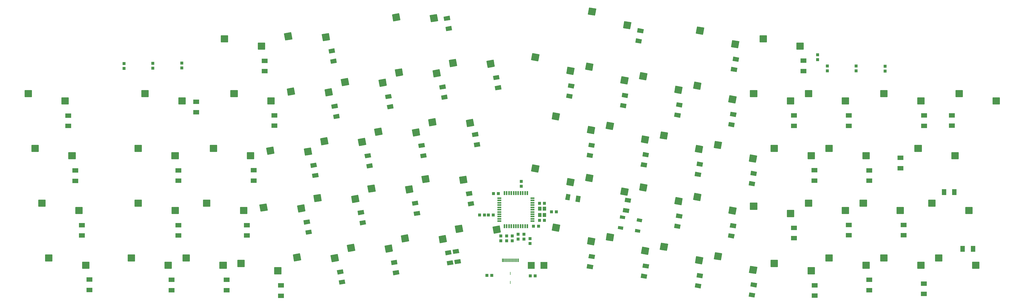
<source format=gbr>
G04 EAGLE Gerber RS-274X export*
G75*
%MOMM*%
%FSLAX34Y34*%
%LPD*%
%INSolderpaste Top*%
%IPPOS*%
%AMOC8*
5,1,8,0,0,1.08239X$1,22.5*%
G01*
%ADD10C,0.248919*%
%ADD11R,2.100000X1.500000*%
%ADD12R,1.500000X2.100000*%
%ADD13R,0.508000X1.473200*%
%ADD14R,1.473200X0.508000*%
%ADD15R,0.200000X1.000000*%
%ADD16R,0.300000X1.200000*%
%ADD17R,1.000000X1.100000*%
%ADD18R,1.100000X1.000000*%
%ADD19R,2.400000X2.400000*%
%ADD20R,1.200000X1.400000*%
%ADD21R,1.800000X1.100000*%


D10*
X34478Y395118D02*
X11566Y395118D01*
X11566Y417522D01*
X34478Y417522D01*
X34478Y395118D01*
X34478Y397483D02*
X11566Y397483D01*
X11566Y399848D02*
X34478Y399848D01*
X34478Y402213D02*
X11566Y402213D01*
X11566Y404578D02*
X34478Y404578D01*
X34478Y406943D02*
X11566Y406943D01*
X11566Y409308D02*
X34478Y409308D01*
X34478Y411673D02*
X11566Y411673D01*
X11566Y414038D02*
X34478Y414038D01*
X34478Y416403D02*
X11566Y416403D01*
X-94046Y420518D02*
X-116958Y420518D01*
X-116958Y442922D01*
X-94046Y442922D01*
X-94046Y420518D01*
X-94046Y422883D02*
X-116958Y422883D01*
X-116958Y425248D02*
X-94046Y425248D01*
X-94046Y427613D02*
X-116958Y427613D01*
X-116958Y429978D02*
X-94046Y429978D01*
X-94046Y432343D02*
X-116958Y432343D01*
X-116958Y434708D02*
X-94046Y434708D01*
X-94046Y437073D02*
X-116958Y437073D01*
X-116958Y439438D02*
X-94046Y439438D01*
X-94046Y441803D02*
X-116958Y441803D01*
X369696Y395198D02*
X392608Y395198D01*
X369696Y395198D02*
X369696Y417602D01*
X392608Y417602D01*
X392608Y395198D01*
X392608Y397563D02*
X369696Y397563D01*
X369696Y399928D02*
X392608Y399928D01*
X392608Y402293D02*
X369696Y402293D01*
X369696Y404658D02*
X392608Y404658D01*
X392608Y407023D02*
X369696Y407023D01*
X369696Y409388D02*
X392608Y409388D01*
X392608Y411753D02*
X369696Y411753D01*
X369696Y414118D02*
X392608Y414118D01*
X392608Y416483D02*
X369696Y416483D01*
X264084Y420598D02*
X241172Y420598D01*
X241172Y443002D01*
X264084Y443002D01*
X264084Y420598D01*
X264084Y422963D02*
X241172Y422963D01*
X241172Y425328D02*
X264084Y425328D01*
X264084Y427693D02*
X241172Y427693D01*
X241172Y430058D02*
X264084Y430058D01*
X264084Y432423D02*
X241172Y432423D01*
X241172Y434788D02*
X264084Y434788D01*
X264084Y437153D02*
X241172Y437153D01*
X241172Y439518D02*
X264084Y439518D01*
X264084Y441883D02*
X241172Y441883D01*
X631676Y395168D02*
X654588Y395168D01*
X631676Y395168D02*
X631676Y417572D01*
X654588Y417572D01*
X654588Y395168D01*
X654588Y397533D02*
X631676Y397533D01*
X631676Y399898D02*
X654588Y399898D01*
X654588Y402263D02*
X631676Y402263D01*
X631676Y404628D02*
X654588Y404628D01*
X654588Y406993D02*
X631676Y406993D01*
X631676Y409358D02*
X654588Y409358D01*
X654588Y411723D02*
X631676Y411723D01*
X631676Y414088D02*
X654588Y414088D01*
X654588Y416453D02*
X631676Y416453D01*
X526064Y420568D02*
X503152Y420568D01*
X503152Y442972D01*
X526064Y442972D01*
X526064Y420568D01*
X526064Y422933D02*
X503152Y422933D01*
X503152Y425298D02*
X526064Y425298D01*
X526064Y427663D02*
X503152Y427663D01*
X503152Y430028D02*
X526064Y430028D01*
X526064Y432393D02*
X503152Y432393D01*
X503152Y434758D02*
X526064Y434758D01*
X526064Y437123D02*
X503152Y437123D01*
X503152Y439488D02*
X526064Y439488D01*
X526064Y441853D02*
X503152Y441853D01*
X833613Y407665D02*
X856176Y411644D01*
X833613Y407665D02*
X829722Y429728D01*
X852285Y433707D01*
X856176Y411644D01*
X847024Y410030D02*
X833196Y410030D01*
X832779Y412395D02*
X856044Y412395D01*
X855626Y414760D02*
X832362Y414760D01*
X831945Y417125D02*
X855209Y417125D01*
X854792Y419490D02*
X831528Y419490D01*
X831110Y421855D02*
X854375Y421855D01*
X853958Y424220D02*
X830693Y424220D01*
X830276Y426585D02*
X853541Y426585D01*
X853124Y428950D02*
X829859Y428950D01*
X838721Y431315D02*
X852707Y431315D01*
X852290Y433680D02*
X852132Y433680D01*
X725194Y414340D02*
X702631Y410361D01*
X698740Y432424D01*
X721303Y436403D01*
X725194Y414340D01*
X716042Y412726D02*
X702214Y412726D01*
X701797Y415091D02*
X725062Y415091D01*
X724644Y417456D02*
X701380Y417456D01*
X700963Y419821D02*
X724227Y419821D01*
X723810Y422186D02*
X700546Y422186D01*
X700128Y424551D02*
X723393Y424551D01*
X722976Y426916D02*
X699711Y426916D01*
X699294Y429281D02*
X722559Y429281D01*
X722142Y431646D02*
X698877Y431646D01*
X707739Y434011D02*
X721725Y434011D01*
X721308Y436376D02*
X721150Y436376D01*
X1092953Y646785D02*
X1115516Y650764D01*
X1092953Y646785D02*
X1089062Y668848D01*
X1111625Y672827D01*
X1115516Y650764D01*
X1106364Y649150D02*
X1092536Y649150D01*
X1092119Y651515D02*
X1115384Y651515D01*
X1114966Y653880D02*
X1091702Y653880D01*
X1091285Y656245D02*
X1114549Y656245D01*
X1114132Y658610D02*
X1090868Y658610D01*
X1090450Y660975D02*
X1113715Y660975D01*
X1113298Y663340D02*
X1090033Y663340D01*
X1089616Y665705D02*
X1112881Y665705D01*
X1112464Y668070D02*
X1089199Y668070D01*
X1098061Y670435D02*
X1112047Y670435D01*
X1111630Y672800D02*
X1111472Y672800D01*
X984534Y653460D02*
X961971Y649481D01*
X958080Y671544D01*
X980643Y675523D01*
X984534Y653460D01*
X975382Y651846D02*
X961554Y651846D01*
X961137Y654211D02*
X984402Y654211D01*
X983984Y656576D02*
X960720Y656576D01*
X960303Y658941D02*
X983567Y658941D01*
X983150Y661306D02*
X959886Y661306D01*
X959468Y663671D02*
X982733Y663671D01*
X982316Y666036D02*
X959051Y666036D01*
X958634Y668401D02*
X981899Y668401D01*
X981482Y670766D02*
X958217Y670766D01*
X967079Y673131D02*
X981065Y673131D01*
X980648Y675496D02*
X980490Y675496D01*
X1280553Y679905D02*
X1303116Y683884D01*
X1280553Y679905D02*
X1276662Y701968D01*
X1299225Y705947D01*
X1303116Y683884D01*
X1293964Y682270D02*
X1280136Y682270D01*
X1279719Y684635D02*
X1302984Y684635D01*
X1302566Y687000D02*
X1279302Y687000D01*
X1278885Y689365D02*
X1302149Y689365D01*
X1301732Y691730D02*
X1278468Y691730D01*
X1278050Y694095D02*
X1301315Y694095D01*
X1300898Y696460D02*
X1277633Y696460D01*
X1277216Y698825D02*
X1300481Y698825D01*
X1300064Y701190D02*
X1276799Y701190D01*
X1285661Y703555D02*
X1299647Y703555D01*
X1299230Y705920D02*
X1299072Y705920D01*
X1172134Y686580D02*
X1149571Y682601D01*
X1145680Y704664D01*
X1168243Y708643D01*
X1172134Y686580D01*
X1162982Y684966D02*
X1149154Y684966D01*
X1148737Y687331D02*
X1172002Y687331D01*
X1171584Y689696D02*
X1148320Y689696D01*
X1147903Y692061D02*
X1171167Y692061D01*
X1170750Y694426D02*
X1147486Y694426D01*
X1147068Y696791D02*
X1170333Y696791D01*
X1169916Y699156D02*
X1146651Y699156D01*
X1146234Y701521D02*
X1169499Y701521D01*
X1169082Y703886D02*
X1145817Y703886D01*
X1154679Y706251D02*
X1168665Y706251D01*
X1168248Y708616D02*
X1168090Y708616D01*
X1396453Y506855D02*
X1419016Y510834D01*
X1396453Y506855D02*
X1392562Y528918D01*
X1415125Y532897D01*
X1419016Y510834D01*
X1409864Y509220D02*
X1396036Y509220D01*
X1395619Y511585D02*
X1418884Y511585D01*
X1418466Y513950D02*
X1395202Y513950D01*
X1394785Y516315D02*
X1418049Y516315D01*
X1417632Y518680D02*
X1394368Y518680D01*
X1393950Y521045D02*
X1417215Y521045D01*
X1416798Y523410D02*
X1393533Y523410D01*
X1393116Y525775D02*
X1416381Y525775D01*
X1415964Y528140D02*
X1392699Y528140D01*
X1401561Y530505D02*
X1415547Y530505D01*
X1415130Y532870D02*
X1414972Y532870D01*
X1288034Y513530D02*
X1265471Y509551D01*
X1261580Y531614D01*
X1284143Y535593D01*
X1288034Y513530D01*
X1278882Y511916D02*
X1265054Y511916D01*
X1264637Y514281D02*
X1287902Y514281D01*
X1287484Y516646D02*
X1264220Y516646D01*
X1263803Y519011D02*
X1287067Y519011D01*
X1286650Y521376D02*
X1263386Y521376D01*
X1262968Y523741D02*
X1286233Y523741D01*
X1285816Y526106D02*
X1262551Y526106D01*
X1262134Y528471D02*
X1285399Y528471D01*
X1284982Y530836D02*
X1261717Y530836D01*
X1270579Y533201D02*
X1284565Y533201D01*
X1284148Y535566D02*
X1283990Y535566D01*
X1812843Y486360D02*
X1835406Y482381D01*
X1812843Y486360D02*
X1816734Y508423D01*
X1839297Y504444D01*
X1835406Y482381D01*
X1835823Y484746D02*
X1821995Y484746D01*
X1812975Y487111D02*
X1836240Y487111D01*
X1836657Y489476D02*
X1813393Y489476D01*
X1813810Y491841D02*
X1837074Y491841D01*
X1837491Y494206D02*
X1814227Y494206D01*
X1814644Y496571D02*
X1837909Y496571D01*
X1838326Y498936D02*
X1815061Y498936D01*
X1815478Y501301D02*
X1838743Y501301D01*
X1839160Y503666D02*
X1815895Y503666D01*
X1816312Y506031D02*
X1830298Y506031D01*
X1816887Y508396D02*
X1816729Y508396D01*
X1713245Y529714D02*
X1690682Y533693D01*
X1694573Y555756D01*
X1717136Y551777D01*
X1713245Y529714D01*
X1713662Y532079D02*
X1699834Y532079D01*
X1690814Y534444D02*
X1714079Y534444D01*
X1714496Y536809D02*
X1691232Y536809D01*
X1691649Y539174D02*
X1714913Y539174D01*
X1715330Y541539D02*
X1692066Y541539D01*
X1692483Y543904D02*
X1715748Y543904D01*
X1716165Y546269D02*
X1692900Y546269D01*
X1693317Y548634D02*
X1716582Y548634D01*
X1716999Y550999D02*
X1693734Y550999D01*
X1694151Y553364D02*
X1708137Y553364D01*
X1694726Y555729D02*
X1694568Y555729D01*
X2000493Y453320D02*
X2023056Y449341D01*
X2000493Y453320D02*
X2004384Y475383D01*
X2026947Y471404D01*
X2023056Y449341D01*
X2023473Y451706D02*
X2009645Y451706D01*
X2000625Y454071D02*
X2023890Y454071D01*
X2024307Y456436D02*
X2001043Y456436D01*
X2001460Y458801D02*
X2024724Y458801D01*
X2025141Y461166D02*
X2001877Y461166D01*
X2002294Y463531D02*
X2025559Y463531D01*
X2025976Y465896D02*
X2002711Y465896D01*
X2003128Y468261D02*
X2026393Y468261D01*
X2026810Y470626D02*
X2003545Y470626D01*
X2003962Y472991D02*
X2017948Y472991D01*
X2004537Y475356D02*
X2004379Y475356D01*
X1900895Y496674D02*
X1878332Y500653D01*
X1882223Y522716D01*
X1904786Y518737D01*
X1900895Y496674D01*
X1901312Y499039D02*
X1887484Y499039D01*
X1878464Y501404D02*
X1901729Y501404D01*
X1902146Y503769D02*
X1878882Y503769D01*
X1879299Y506134D02*
X1902563Y506134D01*
X1902980Y508499D02*
X1879716Y508499D01*
X1880133Y510864D02*
X1903398Y510864D01*
X1903815Y513229D02*
X1880550Y513229D01*
X1880967Y515594D02*
X1904232Y515594D01*
X1904649Y517959D02*
X1881384Y517959D01*
X1881801Y520324D02*
X1895787Y520324D01*
X1882376Y522689D02*
X1882218Y522689D01*
X2188103Y420190D02*
X2210666Y416211D01*
X2188103Y420190D02*
X2191994Y442253D01*
X2214557Y438274D01*
X2210666Y416211D01*
X2211083Y418576D02*
X2197255Y418576D01*
X2188235Y420941D02*
X2211500Y420941D01*
X2211917Y423306D02*
X2188653Y423306D01*
X2189070Y425671D02*
X2212334Y425671D01*
X2212751Y428036D02*
X2189487Y428036D01*
X2189904Y430401D02*
X2213169Y430401D01*
X2213586Y432766D02*
X2190321Y432766D01*
X2190738Y435131D02*
X2214003Y435131D01*
X2214420Y437496D02*
X2191155Y437496D01*
X2191572Y439861D02*
X2205558Y439861D01*
X2192147Y442226D02*
X2191989Y442226D01*
X2088505Y463544D02*
X2065942Y467523D01*
X2069833Y489586D01*
X2092396Y485607D01*
X2088505Y463544D01*
X2088922Y465909D02*
X2075094Y465909D01*
X2066074Y468274D02*
X2089339Y468274D01*
X2089756Y470639D02*
X2066492Y470639D01*
X2066909Y473004D02*
X2090173Y473004D01*
X2090590Y475369D02*
X2067326Y475369D01*
X2067743Y477734D02*
X2091008Y477734D01*
X2091425Y480099D02*
X2068160Y480099D01*
X2068577Y482464D02*
X2091842Y482464D01*
X2092259Y484829D02*
X2068994Y484829D01*
X2069411Y487194D02*
X2083397Y487194D01*
X2069986Y489559D02*
X2069828Y489559D01*
X2375733Y387120D02*
X2398296Y383141D01*
X2375733Y387120D02*
X2379624Y409183D01*
X2402187Y405204D01*
X2398296Y383141D01*
X2398713Y385506D02*
X2384885Y385506D01*
X2375865Y387871D02*
X2399130Y387871D01*
X2399547Y390236D02*
X2376283Y390236D01*
X2376700Y392601D02*
X2399964Y392601D01*
X2400381Y394966D02*
X2377117Y394966D01*
X2377534Y397331D02*
X2400799Y397331D01*
X2401216Y399696D02*
X2377951Y399696D01*
X2378368Y402061D02*
X2401633Y402061D01*
X2402050Y404426D02*
X2378785Y404426D01*
X2379202Y406791D02*
X2393188Y406791D01*
X2379777Y409156D02*
X2379619Y409156D01*
X2276135Y430474D02*
X2253572Y434453D01*
X2257463Y456516D01*
X2280026Y452537D01*
X2276135Y430474D01*
X2276552Y432839D02*
X2262724Y432839D01*
X2253704Y435204D02*
X2276969Y435204D01*
X2277386Y437569D02*
X2254122Y437569D01*
X2254539Y439934D02*
X2277803Y439934D01*
X2278220Y442299D02*
X2254956Y442299D01*
X2255373Y444664D02*
X2278638Y444664D01*
X2279055Y447029D02*
X2255790Y447029D01*
X2256207Y449394D02*
X2279472Y449394D01*
X2279889Y451759D02*
X2256624Y451759D01*
X2257041Y454124D02*
X2271027Y454124D01*
X2257616Y456489D02*
X2257458Y456489D01*
X2579676Y395198D02*
X2602588Y395198D01*
X2579676Y395198D02*
X2579676Y417602D01*
X2602588Y417602D01*
X2602588Y395198D01*
X2602588Y397563D02*
X2579676Y397563D01*
X2579676Y399928D02*
X2602588Y399928D01*
X2602588Y402293D02*
X2579676Y402293D01*
X2579676Y404658D02*
X2602588Y404658D01*
X2602588Y407023D02*
X2579676Y407023D01*
X2579676Y409388D02*
X2602588Y409388D01*
X2602588Y411753D02*
X2579676Y411753D01*
X2579676Y414118D02*
X2602588Y414118D01*
X2602588Y416483D02*
X2579676Y416483D01*
X2474064Y420598D02*
X2451152Y420598D01*
X2451152Y443002D01*
X2474064Y443002D01*
X2474064Y420598D01*
X2474064Y422963D02*
X2451152Y422963D01*
X2451152Y425328D02*
X2474064Y425328D01*
X2474064Y427693D02*
X2451152Y427693D01*
X2451152Y430058D02*
X2474064Y430058D01*
X2474064Y432423D02*
X2451152Y432423D01*
X2451152Y434788D02*
X2474064Y434788D01*
X2474064Y437153D02*
X2451152Y437153D01*
X2451152Y439518D02*
X2474064Y439518D01*
X2474064Y441883D02*
X2451152Y441883D01*
X2770196Y395228D02*
X2793108Y395228D01*
X2770196Y395228D02*
X2770196Y417632D01*
X2793108Y417632D01*
X2793108Y395228D01*
X2793108Y397593D02*
X2770196Y397593D01*
X2770196Y399958D02*
X2793108Y399958D01*
X2793108Y402323D02*
X2770196Y402323D01*
X2770196Y404688D02*
X2793108Y404688D01*
X2793108Y407053D02*
X2770196Y407053D01*
X2770196Y409418D02*
X2793108Y409418D01*
X2793108Y411783D02*
X2770196Y411783D01*
X2770196Y414148D02*
X2793108Y414148D01*
X2793108Y416513D02*
X2770196Y416513D01*
X2664584Y420628D02*
X2641672Y420628D01*
X2641672Y443032D01*
X2664584Y443032D01*
X2664584Y420628D01*
X2664584Y422993D02*
X2641672Y422993D01*
X2641672Y425358D02*
X2664584Y425358D01*
X2664584Y427723D02*
X2641672Y427723D01*
X2641672Y430088D02*
X2664584Y430088D01*
X2664584Y432453D02*
X2641672Y432453D01*
X2641672Y434818D02*
X2664584Y434818D01*
X2664584Y437183D02*
X2641672Y437183D01*
X2641672Y439548D02*
X2664584Y439548D01*
X2664584Y441913D02*
X2641672Y441913D01*
X3079696Y395168D02*
X3102608Y395168D01*
X3079696Y395168D02*
X3079696Y417572D01*
X3102608Y417572D01*
X3102608Y395168D01*
X3102608Y397533D02*
X3079696Y397533D01*
X3079696Y399898D02*
X3102608Y399898D01*
X3102608Y402263D02*
X3079696Y402263D01*
X3079696Y404628D02*
X3102608Y404628D01*
X3102608Y406993D02*
X3079696Y406993D01*
X3079696Y409358D02*
X3102608Y409358D01*
X3102608Y411723D02*
X3079696Y411723D01*
X3079696Y414088D02*
X3102608Y414088D01*
X3102608Y416453D02*
X3079696Y416453D01*
X2974084Y420568D02*
X2951172Y420568D01*
X2951172Y442972D01*
X2974084Y442972D01*
X2974084Y420568D01*
X2974084Y422933D02*
X2951172Y422933D01*
X2951172Y425298D02*
X2974084Y425298D01*
X2974084Y427663D02*
X2951172Y427663D01*
X2951172Y430028D02*
X2974084Y430028D01*
X2974084Y432393D02*
X2951172Y432393D01*
X2951172Y434758D02*
X2974084Y434758D01*
X2974084Y437123D02*
X2951172Y437123D01*
X2951172Y439488D02*
X2974084Y439488D01*
X2974084Y441853D02*
X2951172Y441853D01*
X3127346Y204668D02*
X3150258Y204668D01*
X3127346Y204668D02*
X3127346Y227072D01*
X3150258Y227072D01*
X3150258Y204668D01*
X3150258Y207033D02*
X3127346Y207033D01*
X3127346Y209398D02*
X3150258Y209398D01*
X3150258Y211763D02*
X3127346Y211763D01*
X3127346Y214128D02*
X3150258Y214128D01*
X3150258Y216493D02*
X3127346Y216493D01*
X3127346Y218858D02*
X3150258Y218858D01*
X3150258Y221223D02*
X3127346Y221223D01*
X3127346Y223588D02*
X3150258Y223588D01*
X3150258Y225953D02*
X3127346Y225953D01*
X3021734Y230068D02*
X2998822Y230068D01*
X2998822Y252472D01*
X3021734Y252472D01*
X3021734Y230068D01*
X3021734Y232433D02*
X2998822Y232433D01*
X2998822Y234798D02*
X3021734Y234798D01*
X3021734Y237163D02*
X2998822Y237163D01*
X2998822Y239528D02*
X3021734Y239528D01*
X3021734Y241893D02*
X2998822Y241893D01*
X2998822Y244258D02*
X3021734Y244258D01*
X3021734Y246623D02*
X2998822Y246623D01*
X2998822Y248988D02*
X3021734Y248988D01*
X3021734Y251353D02*
X2998822Y251353D01*
X10648Y585668D02*
X-12264Y585668D01*
X-12264Y608072D01*
X10648Y608072D01*
X10648Y585668D01*
X10648Y588033D02*
X-12264Y588033D01*
X-12264Y590398D02*
X10648Y590398D01*
X10648Y592763D02*
X-12264Y592763D01*
X-12264Y595128D02*
X10648Y595128D01*
X10648Y597493D02*
X-12264Y597493D01*
X-12264Y599858D02*
X10648Y599858D01*
X10648Y602223D02*
X-12264Y602223D01*
X-12264Y604588D02*
X10648Y604588D01*
X10648Y606953D02*
X-12264Y606953D01*
X-117876Y611068D02*
X-140788Y611068D01*
X-140788Y633472D01*
X-117876Y633472D01*
X-117876Y611068D01*
X-117876Y613433D02*
X-140788Y613433D01*
X-140788Y615798D02*
X-117876Y615798D01*
X-117876Y618163D02*
X-140788Y618163D01*
X-140788Y620528D02*
X-117876Y620528D01*
X-117876Y622893D02*
X-140788Y622893D01*
X-140788Y625258D02*
X-117876Y625258D01*
X-117876Y627623D02*
X-140788Y627623D01*
X-140788Y629988D02*
X-117876Y629988D01*
X-117876Y632353D02*
X-140788Y632353D01*
X393576Y585668D02*
X416488Y585668D01*
X393576Y585668D02*
X393576Y608072D01*
X416488Y608072D01*
X416488Y585668D01*
X416488Y588033D02*
X393576Y588033D01*
X393576Y590398D02*
X416488Y590398D01*
X416488Y592763D02*
X393576Y592763D01*
X393576Y595128D02*
X416488Y595128D01*
X416488Y597493D02*
X393576Y597493D01*
X393576Y599858D02*
X416488Y599858D01*
X416488Y602223D02*
X393576Y602223D01*
X393576Y604588D02*
X416488Y604588D01*
X416488Y606953D02*
X393576Y606953D01*
X287964Y611068D02*
X265052Y611068D01*
X265052Y633472D01*
X287964Y633472D01*
X287964Y611068D01*
X287964Y613433D02*
X265052Y613433D01*
X265052Y615798D02*
X287964Y615798D01*
X287964Y618163D02*
X265052Y618163D01*
X265052Y620528D02*
X287964Y620528D01*
X287964Y622893D02*
X265052Y622893D01*
X265052Y625258D02*
X287964Y625258D01*
X287964Y627623D02*
X265052Y627623D01*
X265052Y629988D02*
X287964Y629988D01*
X287964Y632353D02*
X265052Y632353D01*
X703096Y585648D02*
X726008Y585648D01*
X703096Y585648D02*
X703096Y608052D01*
X726008Y608052D01*
X726008Y585648D01*
X726008Y588013D02*
X703096Y588013D01*
X703096Y590378D02*
X726008Y590378D01*
X726008Y592743D02*
X703096Y592743D01*
X703096Y595108D02*
X726008Y595108D01*
X726008Y597473D02*
X703096Y597473D01*
X703096Y599838D02*
X726008Y599838D01*
X726008Y602203D02*
X703096Y602203D01*
X703096Y604568D02*
X726008Y604568D01*
X726008Y606933D02*
X703096Y606933D01*
X597484Y611048D02*
X574572Y611048D01*
X574572Y633452D01*
X597484Y633452D01*
X597484Y611048D01*
X597484Y613413D02*
X574572Y613413D01*
X574572Y615778D02*
X597484Y615778D01*
X597484Y618143D02*
X574572Y618143D01*
X574572Y620508D02*
X597484Y620508D01*
X597484Y622873D02*
X574572Y622873D01*
X574572Y625238D02*
X597484Y625238D01*
X597484Y627603D02*
X574572Y627603D01*
X574572Y629968D02*
X597484Y629968D01*
X597484Y632333D02*
X574572Y632333D01*
X905343Y613685D02*
X927906Y617664D01*
X905343Y613685D02*
X901452Y635748D01*
X924015Y639727D01*
X927906Y617664D01*
X918754Y616050D02*
X904926Y616050D01*
X904509Y618415D02*
X927774Y618415D01*
X927356Y620780D02*
X904092Y620780D01*
X903675Y623145D02*
X926939Y623145D01*
X926522Y625510D02*
X903258Y625510D01*
X902840Y627875D02*
X926105Y627875D01*
X925688Y630240D02*
X902423Y630240D01*
X902006Y632605D02*
X925271Y632605D01*
X924854Y634970D02*
X901589Y634970D01*
X910451Y637335D02*
X924437Y637335D01*
X924020Y639700D02*
X923862Y639700D01*
X796924Y620360D02*
X774361Y616381D01*
X770470Y638444D01*
X793033Y642423D01*
X796924Y620360D01*
X787772Y618746D02*
X773944Y618746D01*
X773527Y621111D02*
X796792Y621111D01*
X796374Y623476D02*
X773110Y623476D01*
X772693Y625841D02*
X795957Y625841D01*
X795540Y628206D02*
X772276Y628206D01*
X771858Y630571D02*
X795123Y630571D01*
X794706Y632936D02*
X771441Y632936D01*
X771024Y635301D02*
X794289Y635301D01*
X793872Y637666D02*
X770607Y637666D01*
X779469Y640031D02*
X793455Y640031D01*
X793038Y642396D02*
X792880Y642396D01*
X2313833Y784910D02*
X2336396Y780931D01*
X2313833Y784910D02*
X2317724Y806973D01*
X2340287Y802994D01*
X2336396Y780931D01*
X2336813Y783296D02*
X2322985Y783296D01*
X2313965Y785661D02*
X2337230Y785661D01*
X2337647Y788026D02*
X2314383Y788026D01*
X2314800Y790391D02*
X2338064Y790391D01*
X2338481Y792756D02*
X2315217Y792756D01*
X2315634Y795121D02*
X2338899Y795121D01*
X2339316Y797486D02*
X2316051Y797486D01*
X2316468Y799851D02*
X2339733Y799851D01*
X2340150Y802216D02*
X2316885Y802216D01*
X2317302Y804581D02*
X2331288Y804581D01*
X2317877Y806946D02*
X2317719Y806946D01*
X2214235Y828264D02*
X2191672Y832243D01*
X2195563Y854306D01*
X2218126Y850327D01*
X2214235Y828264D01*
X2214652Y830629D02*
X2200824Y830629D01*
X2191804Y832994D02*
X2215069Y832994D01*
X2215486Y835359D02*
X2192222Y835359D01*
X2192639Y837724D02*
X2215903Y837724D01*
X2216320Y840089D02*
X2193056Y840089D01*
X2193473Y842454D02*
X2216738Y842454D01*
X2217155Y844819D02*
X2193890Y844819D01*
X2194307Y847184D02*
X2217572Y847184D01*
X2217989Y849549D02*
X2194724Y849549D01*
X2195141Y851914D02*
X2209127Y851914D01*
X2195716Y854279D02*
X2195558Y854279D01*
X2541296Y776198D02*
X2564208Y776198D01*
X2541296Y776198D02*
X2541296Y798602D01*
X2564208Y798602D01*
X2564208Y776198D01*
X2564208Y778563D02*
X2541296Y778563D01*
X2541296Y780928D02*
X2564208Y780928D01*
X2564208Y783293D02*
X2541296Y783293D01*
X2541296Y785658D02*
X2564208Y785658D01*
X2564208Y788023D02*
X2541296Y788023D01*
X2541296Y790388D02*
X2564208Y790388D01*
X2564208Y792753D02*
X2541296Y792753D01*
X2541296Y795118D02*
X2564208Y795118D01*
X2564208Y797483D02*
X2541296Y797483D01*
X2435684Y801598D02*
X2412772Y801598D01*
X2412772Y824002D01*
X2435684Y824002D01*
X2435684Y801598D01*
X2435684Y803963D02*
X2412772Y803963D01*
X2412772Y806328D02*
X2435684Y806328D01*
X2435684Y808693D02*
X2412772Y808693D01*
X2412772Y811058D02*
X2435684Y811058D01*
X2435684Y813423D02*
X2412772Y813423D01*
X2412772Y815788D02*
X2435684Y815788D01*
X2435684Y818153D02*
X2412772Y818153D01*
X2412772Y820518D02*
X2435684Y820518D01*
X2435684Y822883D02*
X2412772Y822883D01*
X1490696Y716934D02*
X1468133Y712955D01*
X1464242Y735018D01*
X1486805Y738997D01*
X1490696Y716934D01*
X1481544Y715320D02*
X1467716Y715320D01*
X1467299Y717685D02*
X1490564Y717685D01*
X1490146Y720050D02*
X1466882Y720050D01*
X1466465Y722415D02*
X1489729Y722415D01*
X1489312Y724780D02*
X1466048Y724780D01*
X1465630Y727145D02*
X1488895Y727145D01*
X1488478Y729510D02*
X1465213Y729510D01*
X1464796Y731875D02*
X1488061Y731875D01*
X1487644Y734240D02*
X1464379Y734240D01*
X1473241Y736605D02*
X1487227Y736605D01*
X1486810Y738970D02*
X1486652Y738970D01*
X1359714Y719630D02*
X1337151Y715651D01*
X1333260Y737714D01*
X1355823Y741693D01*
X1359714Y719630D01*
X1350562Y718016D02*
X1336734Y718016D01*
X1336317Y720381D02*
X1359582Y720381D01*
X1359164Y722746D02*
X1335900Y722746D01*
X1335483Y725111D02*
X1358747Y725111D01*
X1358330Y727476D02*
X1335066Y727476D01*
X1334648Y729841D02*
X1357913Y729841D01*
X1357496Y732206D02*
X1334231Y732206D01*
X1333814Y734571D02*
X1357079Y734571D01*
X1356662Y736936D02*
X1333397Y736936D01*
X1342259Y739301D02*
X1356245Y739301D01*
X1355828Y741666D02*
X1355670Y741666D01*
X1741413Y692460D02*
X1763976Y688481D01*
X1741413Y692460D02*
X1745304Y714523D01*
X1767867Y710544D01*
X1763976Y688481D01*
X1764393Y690846D02*
X1750565Y690846D01*
X1741545Y693211D02*
X1764810Y693211D01*
X1765227Y695576D02*
X1741963Y695576D01*
X1742380Y697941D02*
X1765644Y697941D01*
X1766061Y700306D02*
X1742797Y700306D01*
X1743214Y702671D02*
X1766479Y702671D01*
X1766896Y705036D02*
X1743631Y705036D01*
X1744048Y707401D02*
X1767313Y707401D01*
X1767730Y709766D02*
X1744465Y709766D01*
X1744882Y712131D02*
X1758868Y712131D01*
X1745457Y714496D02*
X1745299Y714496D01*
X1641815Y735814D02*
X1619252Y739793D01*
X1623143Y761856D01*
X1645706Y757877D01*
X1641815Y735814D01*
X1642232Y738179D02*
X1628404Y738179D01*
X1619384Y740544D02*
X1642649Y740544D01*
X1643066Y742909D02*
X1619802Y742909D01*
X1620219Y745274D02*
X1643483Y745274D01*
X1643900Y747639D02*
X1620636Y747639D01*
X1621053Y750004D02*
X1644318Y750004D01*
X1644735Y752369D02*
X1621470Y752369D01*
X1621887Y754734D02*
X1645152Y754734D01*
X1645569Y757099D02*
X1622304Y757099D01*
X1622721Y759464D02*
X1636707Y759464D01*
X1623296Y761829D02*
X1623138Y761829D01*
X1929073Y659360D02*
X1951636Y655381D01*
X1929073Y659360D02*
X1932964Y681423D01*
X1955527Y677444D01*
X1951636Y655381D01*
X1952053Y657746D02*
X1938225Y657746D01*
X1929205Y660111D02*
X1952470Y660111D01*
X1952887Y662476D02*
X1929623Y662476D01*
X1930040Y664841D02*
X1953304Y664841D01*
X1953721Y667206D02*
X1930457Y667206D01*
X1930874Y669571D02*
X1954139Y669571D01*
X1954556Y671936D02*
X1931291Y671936D01*
X1931708Y674301D02*
X1954973Y674301D01*
X1955390Y676666D02*
X1932125Y676666D01*
X1932542Y679031D02*
X1946528Y679031D01*
X1933117Y681396D02*
X1932959Y681396D01*
X1829475Y702714D02*
X1806912Y706693D01*
X1810803Y728756D01*
X1833366Y724777D01*
X1829475Y702714D01*
X1829892Y705079D02*
X1816064Y705079D01*
X1807044Y707444D02*
X1830309Y707444D01*
X1830726Y709809D02*
X1807462Y709809D01*
X1807879Y712174D02*
X1831143Y712174D01*
X1831560Y714539D02*
X1808296Y714539D01*
X1808713Y716904D02*
X1831978Y716904D01*
X1832395Y719269D02*
X1809130Y719269D01*
X1809547Y721634D02*
X1832812Y721634D01*
X1833229Y723999D02*
X1809964Y723999D01*
X1810381Y726364D02*
X1824367Y726364D01*
X1810956Y728729D02*
X1810798Y728729D01*
X2116603Y626240D02*
X2139166Y622261D01*
X2116603Y626240D02*
X2120494Y648303D01*
X2143057Y644324D01*
X2139166Y622261D01*
X2139583Y624626D02*
X2125755Y624626D01*
X2116735Y626991D02*
X2140000Y626991D01*
X2140417Y629356D02*
X2117153Y629356D01*
X2117570Y631721D02*
X2140834Y631721D01*
X2141251Y634086D02*
X2117987Y634086D01*
X2118404Y636451D02*
X2141669Y636451D01*
X2142086Y638816D02*
X2118821Y638816D01*
X2119238Y641181D02*
X2142503Y641181D01*
X2142920Y643546D02*
X2119655Y643546D01*
X2120072Y645911D02*
X2134058Y645911D01*
X2120647Y648276D02*
X2120489Y648276D01*
X2017005Y669594D02*
X1994442Y673573D01*
X1998333Y695636D01*
X2020896Y691657D01*
X2017005Y669594D01*
X2017422Y671959D02*
X2003594Y671959D01*
X1994574Y674324D02*
X2017839Y674324D01*
X2018256Y676689D02*
X1994992Y676689D01*
X1995409Y679054D02*
X2018673Y679054D01*
X2019090Y681419D02*
X1995826Y681419D01*
X1996243Y683784D02*
X2019508Y683784D01*
X2019925Y686149D02*
X1996660Y686149D01*
X1997077Y688514D02*
X2020342Y688514D01*
X2020759Y690879D02*
X1997494Y690879D01*
X1997911Y693244D02*
X2011897Y693244D01*
X1998486Y695609D02*
X1998328Y695609D01*
X2304233Y593190D02*
X2326796Y589211D01*
X2304233Y593190D02*
X2308124Y615253D01*
X2330687Y611274D01*
X2326796Y589211D01*
X2327213Y591576D02*
X2313385Y591576D01*
X2304365Y593941D02*
X2327630Y593941D01*
X2328047Y596306D02*
X2304783Y596306D01*
X2305200Y598671D02*
X2328464Y598671D01*
X2328881Y601036D02*
X2305617Y601036D01*
X2306034Y603401D02*
X2329299Y603401D01*
X2329716Y605766D02*
X2306451Y605766D01*
X2306868Y608131D02*
X2330133Y608131D01*
X2330550Y610496D02*
X2307285Y610496D01*
X2307702Y612861D02*
X2321688Y612861D01*
X2308277Y615226D02*
X2308119Y615226D01*
X2204635Y636544D02*
X2182072Y640523D01*
X2185963Y662586D01*
X2208526Y658607D01*
X2204635Y636544D01*
X2205052Y638909D02*
X2191224Y638909D01*
X2182204Y641274D02*
X2205469Y641274D01*
X2205886Y643639D02*
X2182622Y643639D01*
X2183039Y646004D02*
X2206303Y646004D01*
X2206720Y648369D02*
X2183456Y648369D01*
X2183873Y650734D02*
X2207138Y650734D01*
X2207555Y653099D02*
X2184290Y653099D01*
X2184707Y655464D02*
X2207972Y655464D01*
X2208389Y657829D02*
X2185124Y657829D01*
X2185541Y660194D02*
X2199527Y660194D01*
X2186116Y662559D02*
X2185958Y662559D01*
X2508226Y585698D02*
X2531138Y585698D01*
X2508226Y585698D02*
X2508226Y608102D01*
X2531138Y608102D01*
X2531138Y585698D01*
X2531138Y588063D02*
X2508226Y588063D01*
X2508226Y590428D02*
X2531138Y590428D01*
X2531138Y592793D02*
X2508226Y592793D01*
X2508226Y595158D02*
X2531138Y595158D01*
X2531138Y597523D02*
X2508226Y597523D01*
X2508226Y599888D02*
X2531138Y599888D01*
X2531138Y602253D02*
X2508226Y602253D01*
X2508226Y604618D02*
X2531138Y604618D01*
X2531138Y606983D02*
X2508226Y606983D01*
X2402614Y611098D02*
X2379702Y611098D01*
X2379702Y633502D01*
X2402614Y633502D01*
X2402614Y611098D01*
X2402614Y613463D02*
X2379702Y613463D01*
X2379702Y615828D02*
X2402614Y615828D01*
X2402614Y618193D02*
X2379702Y618193D01*
X2379702Y620558D02*
X2402614Y620558D01*
X2402614Y622923D02*
X2379702Y622923D01*
X2379702Y625288D02*
X2402614Y625288D01*
X2402614Y627653D02*
X2379702Y627653D01*
X2379702Y630018D02*
X2402614Y630018D01*
X2402614Y632383D02*
X2379702Y632383D01*
X2698746Y585648D02*
X2721658Y585648D01*
X2698746Y585648D02*
X2698746Y608052D01*
X2721658Y608052D01*
X2721658Y585648D01*
X2721658Y588013D02*
X2698746Y588013D01*
X2698746Y590378D02*
X2721658Y590378D01*
X2721658Y592743D02*
X2698746Y592743D01*
X2698746Y595108D02*
X2721658Y595108D01*
X2721658Y597473D02*
X2698746Y597473D01*
X2698746Y599838D02*
X2721658Y599838D01*
X2721658Y602203D02*
X2698746Y602203D01*
X2698746Y604568D02*
X2721658Y604568D01*
X2721658Y606933D02*
X2698746Y606933D01*
X2593134Y611048D02*
X2570222Y611048D01*
X2570222Y633452D01*
X2593134Y633452D01*
X2593134Y611048D01*
X2593134Y613413D02*
X2570222Y613413D01*
X2570222Y615778D02*
X2593134Y615778D01*
X2593134Y618143D02*
X2570222Y618143D01*
X2570222Y620508D02*
X2593134Y620508D01*
X2593134Y622873D02*
X2570222Y622873D01*
X2570222Y625238D02*
X2593134Y625238D01*
X2593134Y627603D02*
X2570222Y627603D01*
X2570222Y629968D02*
X2593134Y629968D01*
X2593134Y632333D02*
X2570222Y632333D01*
X2960676Y585698D02*
X2983588Y585698D01*
X2960676Y585698D02*
X2960676Y608102D01*
X2983588Y608102D01*
X2983588Y585698D01*
X2983588Y588063D02*
X2960676Y588063D01*
X2960676Y590428D02*
X2983588Y590428D01*
X2983588Y592793D02*
X2960676Y592793D01*
X2960676Y595158D02*
X2983588Y595158D01*
X2983588Y597523D02*
X2960676Y597523D01*
X2960676Y599888D02*
X2983588Y599888D01*
X2983588Y602253D02*
X2960676Y602253D01*
X2960676Y604618D02*
X2983588Y604618D01*
X2983588Y606983D02*
X2960676Y606983D01*
X2855064Y611098D02*
X2832152Y611098D01*
X2832152Y633502D01*
X2855064Y633502D01*
X2855064Y611098D01*
X2855064Y613463D02*
X2832152Y613463D01*
X2832152Y615828D02*
X2855064Y615828D01*
X2855064Y618193D02*
X2832152Y618193D01*
X2832152Y620558D02*
X2855064Y620558D01*
X2855064Y622923D02*
X2832152Y622923D01*
X2832152Y625288D02*
X2855064Y625288D01*
X2855064Y627653D02*
X2832152Y627653D01*
X2832152Y630018D02*
X2855064Y630018D01*
X2855064Y632383D02*
X2832152Y632383D01*
X3222596Y585668D02*
X3245508Y585668D01*
X3222596Y585668D02*
X3222596Y608072D01*
X3245508Y608072D01*
X3245508Y585668D01*
X3245508Y588033D02*
X3222596Y588033D01*
X3222596Y590398D02*
X3245508Y590398D01*
X3245508Y592763D02*
X3222596Y592763D01*
X3222596Y595128D02*
X3245508Y595128D01*
X3245508Y597493D02*
X3222596Y597493D01*
X3222596Y599858D02*
X3245508Y599858D01*
X3245508Y602223D02*
X3222596Y602223D01*
X3222596Y604588D02*
X3245508Y604588D01*
X3245508Y606953D02*
X3222596Y606953D01*
X3116984Y611068D02*
X3094072Y611068D01*
X3094072Y633472D01*
X3116984Y633472D01*
X3116984Y611068D01*
X3116984Y613433D02*
X3094072Y613433D01*
X3094072Y615798D02*
X3116984Y615798D01*
X3116984Y618163D02*
X3094072Y618163D01*
X3094072Y620528D02*
X3116984Y620528D01*
X3116984Y622893D02*
X3094072Y622893D01*
X3094072Y625258D02*
X3116984Y625258D01*
X3116984Y627623D02*
X3094072Y627623D01*
X3094072Y629988D02*
X3116984Y629988D01*
X3116984Y632353D02*
X3094072Y632353D01*
X692968Y776168D02*
X670056Y776168D01*
X670056Y798572D01*
X692968Y798572D01*
X692968Y776168D01*
X692968Y778533D02*
X670056Y778533D01*
X670056Y780898D02*
X692968Y780898D01*
X692968Y783263D02*
X670056Y783263D01*
X670056Y785628D02*
X692968Y785628D01*
X692968Y787993D02*
X670056Y787993D01*
X670056Y790358D02*
X692968Y790358D01*
X692968Y792723D02*
X670056Y792723D01*
X670056Y795088D02*
X692968Y795088D01*
X692968Y797453D02*
X670056Y797453D01*
X564444Y801568D02*
X541532Y801568D01*
X541532Y823972D01*
X564444Y823972D01*
X564444Y801568D01*
X564444Y803933D02*
X541532Y803933D01*
X541532Y806298D02*
X564444Y806298D01*
X564444Y808663D02*
X541532Y808663D01*
X541532Y811028D02*
X564444Y811028D01*
X564444Y813393D02*
X541532Y813393D01*
X541532Y815758D02*
X564444Y815758D01*
X564444Y818123D02*
X541532Y818123D01*
X541532Y820488D02*
X564444Y820488D01*
X564444Y822853D02*
X541532Y822853D01*
X895743Y805485D02*
X918306Y809464D01*
X895743Y805485D02*
X891852Y827548D01*
X914415Y831527D01*
X918306Y809464D01*
X909154Y807850D02*
X895326Y807850D01*
X894909Y810215D02*
X918174Y810215D01*
X917756Y812580D02*
X894492Y812580D01*
X894075Y814945D02*
X917339Y814945D01*
X916922Y817310D02*
X893658Y817310D01*
X893240Y819675D02*
X916505Y819675D01*
X916088Y822040D02*
X892823Y822040D01*
X892406Y824405D02*
X915671Y824405D01*
X915254Y826770D02*
X891989Y826770D01*
X900851Y829135D02*
X914837Y829135D01*
X914420Y831500D02*
X914262Y831500D01*
X787324Y812160D02*
X764761Y808181D01*
X760870Y830244D01*
X783433Y834223D01*
X787324Y812160D01*
X778172Y810546D02*
X764344Y810546D01*
X763927Y812911D02*
X787192Y812911D01*
X786774Y815276D02*
X763510Y815276D01*
X763093Y817641D02*
X786357Y817641D01*
X785940Y820006D02*
X762676Y820006D01*
X762258Y822371D02*
X785523Y822371D01*
X785106Y824736D02*
X761841Y824736D01*
X761424Y827101D02*
X784689Y827101D01*
X784272Y829466D02*
X761007Y829466D01*
X769869Y831831D02*
X783855Y831831D01*
X783438Y834196D02*
X783280Y834196D01*
X1270903Y871625D02*
X1293466Y875604D01*
X1270903Y871625D02*
X1267012Y893688D01*
X1289575Y897667D01*
X1293466Y875604D01*
X1284314Y873990D02*
X1270486Y873990D01*
X1270069Y876355D02*
X1293334Y876355D01*
X1292916Y878720D02*
X1269652Y878720D01*
X1269235Y881085D02*
X1292499Y881085D01*
X1292082Y883450D02*
X1268818Y883450D01*
X1268400Y885815D02*
X1291665Y885815D01*
X1291248Y888180D02*
X1267983Y888180D01*
X1267566Y890545D02*
X1290831Y890545D01*
X1290414Y892910D02*
X1267149Y892910D01*
X1276011Y895275D02*
X1289997Y895275D01*
X1289580Y897640D02*
X1289422Y897640D01*
X1162484Y878300D02*
X1139921Y874321D01*
X1136030Y896384D01*
X1158593Y900363D01*
X1162484Y878300D01*
X1153332Y876686D02*
X1139504Y876686D01*
X1139087Y879051D02*
X1162352Y879051D01*
X1161934Y881416D02*
X1138670Y881416D01*
X1138253Y883781D02*
X1161517Y883781D01*
X1161100Y886146D02*
X1137836Y886146D01*
X1137418Y888511D02*
X1160683Y888511D01*
X1160266Y890876D02*
X1137001Y890876D01*
X1136584Y893241D02*
X1159849Y893241D01*
X1159432Y895606D02*
X1136167Y895606D01*
X1145029Y897971D02*
X1159015Y897971D01*
X1158598Y900336D02*
X1158440Y900336D01*
X1938643Y851080D02*
X1961206Y847101D01*
X1938643Y851080D02*
X1942534Y873143D01*
X1965097Y869164D01*
X1961206Y847101D01*
X1961623Y849466D02*
X1947795Y849466D01*
X1938775Y851831D02*
X1962040Y851831D01*
X1962457Y854196D02*
X1939193Y854196D01*
X1939610Y856561D02*
X1962874Y856561D01*
X1963291Y858926D02*
X1940027Y858926D01*
X1940444Y861291D02*
X1963709Y861291D01*
X1964126Y863656D02*
X1940861Y863656D01*
X1941278Y866021D02*
X1964543Y866021D01*
X1964960Y868386D02*
X1941695Y868386D01*
X1942112Y870751D02*
X1956098Y870751D01*
X1942687Y873116D02*
X1942529Y873116D01*
X1839045Y894434D02*
X1816482Y898413D01*
X1820373Y920476D01*
X1842936Y916497D01*
X1839045Y894434D01*
X1839462Y896799D02*
X1825634Y896799D01*
X1816614Y899164D02*
X1839879Y899164D01*
X1840296Y901529D02*
X1817032Y901529D01*
X1817449Y903894D02*
X1840713Y903894D01*
X1841130Y906259D02*
X1817866Y906259D01*
X1818283Y908624D02*
X1841548Y908624D01*
X1841965Y910989D02*
X1818700Y910989D01*
X1819117Y913354D02*
X1842382Y913354D01*
X1842799Y915719D02*
X1819534Y915719D01*
X1819951Y918084D02*
X1833937Y918084D01*
X1820526Y920449D02*
X1820368Y920449D01*
X1043806Y444744D02*
X1021243Y440765D01*
X1017352Y462828D01*
X1039915Y466807D01*
X1043806Y444744D01*
X1034654Y443130D02*
X1020826Y443130D01*
X1020409Y445495D02*
X1043674Y445495D01*
X1043256Y447860D02*
X1019992Y447860D01*
X1019575Y450225D02*
X1042839Y450225D01*
X1042422Y452590D02*
X1019158Y452590D01*
X1018740Y454955D02*
X1042005Y454955D01*
X1041588Y457320D02*
X1018323Y457320D01*
X1017906Y459685D02*
X1041171Y459685D01*
X1040754Y462050D02*
X1017489Y462050D01*
X1026351Y464415D02*
X1040337Y464415D01*
X1039920Y466780D02*
X1039762Y466780D01*
X912824Y447440D02*
X890261Y443461D01*
X886370Y465524D01*
X908933Y469503D01*
X912824Y447440D01*
X903672Y445826D02*
X889844Y445826D01*
X889427Y448191D02*
X912692Y448191D01*
X912274Y450556D02*
X889010Y450556D01*
X888593Y452921D02*
X911857Y452921D01*
X911440Y455286D02*
X888176Y455286D01*
X887758Y457651D02*
X911023Y457651D01*
X910606Y460016D02*
X887341Y460016D01*
X886924Y462381D02*
X910189Y462381D01*
X909772Y464746D02*
X886507Y464746D01*
X895369Y467111D02*
X909355Y467111D01*
X908938Y469476D02*
X908780Y469476D01*
X1208873Y473805D02*
X1231436Y477784D01*
X1208873Y473805D02*
X1204982Y495868D01*
X1227545Y499847D01*
X1231436Y477784D01*
X1222284Y476170D02*
X1208456Y476170D01*
X1208039Y478535D02*
X1231304Y478535D01*
X1230886Y480900D02*
X1207622Y480900D01*
X1207205Y483265D02*
X1230469Y483265D01*
X1230052Y485630D02*
X1206788Y485630D01*
X1206370Y487995D02*
X1229635Y487995D01*
X1229218Y490360D02*
X1205953Y490360D01*
X1205536Y492725D02*
X1228801Y492725D01*
X1228384Y495090D02*
X1205119Y495090D01*
X1213981Y497455D02*
X1227967Y497455D01*
X1227550Y499820D02*
X1227392Y499820D01*
X1100454Y480480D02*
X1077891Y476501D01*
X1074000Y498564D01*
X1096563Y502543D01*
X1100454Y480480D01*
X1091302Y478866D02*
X1077474Y478866D01*
X1077057Y481231D02*
X1100322Y481231D01*
X1099904Y483596D02*
X1076640Y483596D01*
X1076223Y485961D02*
X1099487Y485961D01*
X1099070Y488326D02*
X1075806Y488326D01*
X1075388Y490691D02*
X1098653Y490691D01*
X1098236Y493056D02*
X1074971Y493056D01*
X1074554Y495421D02*
X1097819Y495421D01*
X1097402Y497786D02*
X1074137Y497786D01*
X1082999Y500151D02*
X1096985Y500151D01*
X1096568Y502516D02*
X1096410Y502516D01*
X1372983Y309315D02*
X1395546Y313294D01*
X1372983Y309315D02*
X1369092Y331378D01*
X1391655Y335357D01*
X1395546Y313294D01*
X1386394Y311680D02*
X1372566Y311680D01*
X1372149Y314045D02*
X1395414Y314045D01*
X1394996Y316410D02*
X1371732Y316410D01*
X1371315Y318775D02*
X1394579Y318775D01*
X1394162Y321140D02*
X1370898Y321140D01*
X1370480Y323505D02*
X1393745Y323505D01*
X1393328Y325870D02*
X1370063Y325870D01*
X1369646Y328235D02*
X1392911Y328235D01*
X1392494Y330600D02*
X1369229Y330600D01*
X1378091Y332965D02*
X1392077Y332965D01*
X1391660Y335330D02*
X1391502Y335330D01*
X1264564Y315990D02*
X1242001Y312011D01*
X1238110Y334074D01*
X1260673Y338053D01*
X1264564Y315990D01*
X1255412Y314376D02*
X1241584Y314376D01*
X1241167Y316741D02*
X1264432Y316741D01*
X1264014Y319106D02*
X1240750Y319106D01*
X1240333Y321471D02*
X1263597Y321471D01*
X1263180Y323836D02*
X1239916Y323836D01*
X1239498Y326201D02*
X1262763Y326201D01*
X1262346Y328566D02*
X1239081Y328566D01*
X1238664Y330931D02*
X1261929Y330931D01*
X1261512Y333296D02*
X1238247Y333296D01*
X1247109Y335661D02*
X1261095Y335661D01*
X1260678Y338026D02*
X1260520Y338026D01*
X1741543Y305490D02*
X1764106Y301511D01*
X1741543Y305490D02*
X1745434Y327553D01*
X1767997Y323574D01*
X1764106Y301511D01*
X1764523Y303876D02*
X1750695Y303876D01*
X1741675Y306241D02*
X1764940Y306241D01*
X1765357Y308606D02*
X1742093Y308606D01*
X1742510Y310971D02*
X1765774Y310971D01*
X1766191Y313336D02*
X1742927Y313336D01*
X1743344Y315701D02*
X1766609Y315701D01*
X1767026Y318066D02*
X1743761Y318066D01*
X1744178Y320431D02*
X1767443Y320431D01*
X1767860Y322796D02*
X1744595Y322796D01*
X1745012Y325161D02*
X1758998Y325161D01*
X1745587Y327526D02*
X1745429Y327526D01*
X1641945Y348844D02*
X1619382Y352823D01*
X1623273Y374886D01*
X1645836Y370907D01*
X1641945Y348844D01*
X1642362Y351209D02*
X1628534Y351209D01*
X1619514Y353574D02*
X1642779Y353574D01*
X1643196Y355939D02*
X1619932Y355939D01*
X1620349Y358304D02*
X1643613Y358304D01*
X1644030Y360669D02*
X1620766Y360669D01*
X1621183Y363034D02*
X1644448Y363034D01*
X1644865Y365399D02*
X1621600Y365399D01*
X1622017Y367764D02*
X1645282Y367764D01*
X1645699Y370129D02*
X1622434Y370129D01*
X1622851Y372494D02*
X1636837Y372494D01*
X1623426Y374859D02*
X1623268Y374859D01*
X1929193Y272420D02*
X1951756Y268441D01*
X1929193Y272420D02*
X1933084Y294483D01*
X1955647Y290504D01*
X1951756Y268441D01*
X1952173Y270806D02*
X1938345Y270806D01*
X1929325Y273171D02*
X1952590Y273171D01*
X1953007Y275536D02*
X1929743Y275536D01*
X1930160Y277901D02*
X1953424Y277901D01*
X1953841Y280266D02*
X1930577Y280266D01*
X1930994Y282631D02*
X1954259Y282631D01*
X1954676Y284996D02*
X1931411Y284996D01*
X1931828Y287361D02*
X1955093Y287361D01*
X1955510Y289726D02*
X1932245Y289726D01*
X1932662Y292091D02*
X1946648Y292091D01*
X1933237Y294456D02*
X1933079Y294456D01*
X1829595Y315774D02*
X1807032Y319753D01*
X1810923Y341816D01*
X1833486Y337837D01*
X1829595Y315774D01*
X1830012Y318139D02*
X1816184Y318139D01*
X1807164Y320504D02*
X1830429Y320504D01*
X1830846Y322869D02*
X1807582Y322869D01*
X1807999Y325234D02*
X1831263Y325234D01*
X1831680Y327599D02*
X1808416Y327599D01*
X1808833Y329964D02*
X1832098Y329964D01*
X1832515Y332329D02*
X1809250Y332329D01*
X1809667Y334694D02*
X1832932Y334694D01*
X1833349Y337059D02*
X1810084Y337059D01*
X1810501Y339424D02*
X1824487Y339424D01*
X1811076Y341789D02*
X1810918Y341789D01*
X2116823Y239400D02*
X2139386Y235421D01*
X2116823Y239400D02*
X2120714Y261463D01*
X2143277Y257484D01*
X2139386Y235421D01*
X2139803Y237786D02*
X2125975Y237786D01*
X2116955Y240151D02*
X2140220Y240151D01*
X2140637Y242516D02*
X2117373Y242516D01*
X2117790Y244881D02*
X2141054Y244881D01*
X2141471Y247246D02*
X2118207Y247246D01*
X2118624Y249611D02*
X2141889Y249611D01*
X2142306Y251976D02*
X2119041Y251976D01*
X2119458Y254341D02*
X2142723Y254341D01*
X2143140Y256706D02*
X2119875Y256706D01*
X2120292Y259071D02*
X2134278Y259071D01*
X2120867Y261436D02*
X2120709Y261436D01*
X2017225Y282754D02*
X1994662Y286733D01*
X1998553Y308796D01*
X2021116Y304817D01*
X2017225Y282754D01*
X2017642Y285119D02*
X2003814Y285119D01*
X1994794Y287484D02*
X2018059Y287484D01*
X2018476Y289849D02*
X1995212Y289849D01*
X1995629Y292214D02*
X2018893Y292214D01*
X2019310Y294579D02*
X1996046Y294579D01*
X1996463Y296944D02*
X2019728Y296944D01*
X2020145Y299309D02*
X1996880Y299309D01*
X1997297Y301674D02*
X2020562Y301674D01*
X2020979Y304039D02*
X1997714Y304039D01*
X1998131Y306404D02*
X2012117Y306404D01*
X1998706Y308769D02*
X1998548Y308769D01*
X2304383Y206330D02*
X2326946Y202351D01*
X2304383Y206330D02*
X2308274Y228393D01*
X2330837Y224414D01*
X2326946Y202351D01*
X2327363Y204716D02*
X2313535Y204716D01*
X2304515Y207081D02*
X2327780Y207081D01*
X2328197Y209446D02*
X2304933Y209446D01*
X2305350Y211811D02*
X2328614Y211811D01*
X2329031Y214176D02*
X2305767Y214176D01*
X2306184Y216541D02*
X2329449Y216541D01*
X2329866Y218906D02*
X2306601Y218906D01*
X2307018Y221271D02*
X2330283Y221271D01*
X2330700Y223636D02*
X2307435Y223636D01*
X2307852Y226001D02*
X2321838Y226001D01*
X2308427Y228366D02*
X2308269Y228366D01*
X2204785Y249684D02*
X2182222Y253663D01*
X2186113Y275726D01*
X2208676Y271747D01*
X2204785Y249684D01*
X2205202Y252049D02*
X2191374Y252049D01*
X2182354Y254414D02*
X2205619Y254414D01*
X2206036Y256779D02*
X2182772Y256779D01*
X2183189Y259144D02*
X2206453Y259144D01*
X2206870Y261509D02*
X2183606Y261509D01*
X2184023Y263874D02*
X2207288Y263874D01*
X2207705Y266239D02*
X2184440Y266239D01*
X2184857Y268604D02*
X2208122Y268604D01*
X2208539Y270969D02*
X2185274Y270969D01*
X2185691Y273334D02*
X2199677Y273334D01*
X2186266Y275699D02*
X2186108Y275699D01*
X2508226Y194058D02*
X2531138Y194058D01*
X2508226Y194058D02*
X2508226Y216462D01*
X2531138Y216462D01*
X2531138Y194058D01*
X2531138Y196423D02*
X2508226Y196423D01*
X2508226Y198788D02*
X2531138Y198788D01*
X2531138Y201153D02*
X2508226Y201153D01*
X2508226Y203518D02*
X2531138Y203518D01*
X2531138Y205883D02*
X2508226Y205883D01*
X2508226Y208248D02*
X2531138Y208248D01*
X2531138Y210613D02*
X2508226Y210613D01*
X2508226Y212978D02*
X2531138Y212978D01*
X2531138Y215343D02*
X2508226Y215343D01*
X2402614Y219458D02*
X2379702Y219458D01*
X2379702Y241862D01*
X2402614Y241862D01*
X2402614Y219458D01*
X2402614Y221823D02*
X2379702Y221823D01*
X2379702Y224188D02*
X2402614Y224188D01*
X2402614Y226553D02*
X2379702Y226553D01*
X2379702Y228918D02*
X2402614Y228918D01*
X2402614Y231283D02*
X2379702Y231283D01*
X2379702Y233648D02*
X2402614Y233648D01*
X2402614Y236013D02*
X2379702Y236013D01*
X2379702Y238378D02*
X2402614Y238378D01*
X2402614Y240743D02*
X2379702Y240743D01*
X2698746Y204648D02*
X2721658Y204648D01*
X2698746Y204648D02*
X2698746Y227052D01*
X2721658Y227052D01*
X2721658Y204648D01*
X2721658Y207013D02*
X2698746Y207013D01*
X2698746Y209378D02*
X2721658Y209378D01*
X2721658Y211743D02*
X2698746Y211743D01*
X2698746Y214108D02*
X2721658Y214108D01*
X2721658Y216473D02*
X2698746Y216473D01*
X2698746Y218838D02*
X2721658Y218838D01*
X2721658Y221203D02*
X2698746Y221203D01*
X2698746Y223568D02*
X2721658Y223568D01*
X2721658Y225933D02*
X2698746Y225933D01*
X2593134Y230048D02*
X2570222Y230048D01*
X2570222Y252452D01*
X2593134Y252452D01*
X2593134Y230048D01*
X2593134Y232413D02*
X2570222Y232413D01*
X2570222Y234778D02*
X2593134Y234778D01*
X2593134Y237143D02*
X2570222Y237143D01*
X2570222Y239508D02*
X2593134Y239508D01*
X2593134Y241873D02*
X2570222Y241873D01*
X2570222Y244238D02*
X2593134Y244238D01*
X2593134Y246603D02*
X2570222Y246603D01*
X2570222Y248968D02*
X2593134Y248968D01*
X2593134Y251333D02*
X2570222Y251333D01*
X2889226Y204668D02*
X2912138Y204668D01*
X2889226Y204668D02*
X2889226Y227072D01*
X2912138Y227072D01*
X2912138Y204668D01*
X2912138Y207033D02*
X2889226Y207033D01*
X2889226Y209398D02*
X2912138Y209398D01*
X2912138Y211763D02*
X2889226Y211763D01*
X2889226Y214128D02*
X2912138Y214128D01*
X2912138Y216493D02*
X2889226Y216493D01*
X2889226Y218858D02*
X2912138Y218858D01*
X2912138Y221223D02*
X2889226Y221223D01*
X2889226Y223588D02*
X2912138Y223588D01*
X2912138Y225953D02*
X2889226Y225953D01*
X2783614Y230068D02*
X2760702Y230068D01*
X2760702Y252472D01*
X2783614Y252472D01*
X2783614Y230068D01*
X2783614Y232433D02*
X2760702Y232433D01*
X2760702Y234798D02*
X2783614Y234798D01*
X2783614Y237163D02*
X2760702Y237163D01*
X2760702Y239528D02*
X2783614Y239528D01*
X2783614Y241893D02*
X2760702Y241893D01*
X2760702Y244258D02*
X2783614Y244258D01*
X2783614Y246623D02*
X2760702Y246623D01*
X2760702Y248988D02*
X2783614Y248988D01*
X2783614Y251353D02*
X2760702Y251353D01*
X58298Y204728D02*
X35386Y204728D01*
X35386Y227132D01*
X58298Y227132D01*
X58298Y204728D01*
X58298Y207093D02*
X35386Y207093D01*
X35386Y209458D02*
X58298Y209458D01*
X58298Y211823D02*
X35386Y211823D01*
X35386Y214188D02*
X58298Y214188D01*
X58298Y216553D02*
X35386Y216553D01*
X35386Y218918D02*
X58298Y218918D01*
X58298Y221283D02*
X35386Y221283D01*
X35386Y223648D02*
X58298Y223648D01*
X58298Y226013D02*
X35386Y226013D01*
X-70226Y230128D02*
X-93138Y230128D01*
X-93138Y252532D01*
X-70226Y252532D01*
X-70226Y230128D01*
X-70226Y232493D02*
X-93138Y232493D01*
X-93138Y234858D02*
X-70226Y234858D01*
X-70226Y237223D02*
X-93138Y237223D01*
X-93138Y239588D02*
X-70226Y239588D01*
X-70226Y241953D02*
X-93138Y241953D01*
X-93138Y244318D02*
X-70226Y244318D01*
X-70226Y246683D02*
X-93138Y246683D01*
X-93138Y249048D02*
X-70226Y249048D01*
X-70226Y251413D02*
X-93138Y251413D01*
X369746Y204698D02*
X392658Y204698D01*
X369746Y204698D02*
X369746Y227102D01*
X392658Y227102D01*
X392658Y204698D01*
X392658Y207063D02*
X369746Y207063D01*
X369746Y209428D02*
X392658Y209428D01*
X392658Y211793D02*
X369746Y211793D01*
X369746Y214158D02*
X392658Y214158D01*
X392658Y216523D02*
X369746Y216523D01*
X369746Y218888D02*
X392658Y218888D01*
X392658Y221253D02*
X369746Y221253D01*
X369746Y223618D02*
X392658Y223618D01*
X392658Y225983D02*
X369746Y225983D01*
X264134Y230098D02*
X241222Y230098D01*
X241222Y252502D01*
X264134Y252502D01*
X264134Y230098D01*
X264134Y232463D02*
X241222Y232463D01*
X241222Y234828D02*
X264134Y234828D01*
X264134Y237193D02*
X241222Y237193D01*
X241222Y239558D02*
X264134Y239558D01*
X264134Y241923D02*
X241222Y241923D01*
X241222Y244288D02*
X264134Y244288D01*
X264134Y246653D02*
X241222Y246653D01*
X241222Y249018D02*
X264134Y249018D01*
X264134Y251383D02*
X241222Y251383D01*
X607846Y204668D02*
X630758Y204668D01*
X607846Y204668D02*
X607846Y227072D01*
X630758Y227072D01*
X630758Y204668D01*
X630758Y207033D02*
X607846Y207033D01*
X607846Y209398D02*
X630758Y209398D01*
X630758Y211763D02*
X607846Y211763D01*
X607846Y214128D02*
X630758Y214128D01*
X630758Y216493D02*
X607846Y216493D01*
X607846Y218858D02*
X630758Y218858D01*
X630758Y221223D02*
X607846Y221223D01*
X607846Y223588D02*
X630758Y223588D01*
X630758Y225953D02*
X607846Y225953D01*
X502234Y230068D02*
X479322Y230068D01*
X479322Y252472D01*
X502234Y252472D01*
X502234Y230068D01*
X502234Y232433D02*
X479322Y232433D01*
X479322Y234798D02*
X502234Y234798D01*
X502234Y237163D02*
X479322Y237163D01*
X479322Y239528D02*
X502234Y239528D01*
X502234Y241893D02*
X479322Y241893D01*
X479322Y244258D02*
X502234Y244258D01*
X502234Y246623D02*
X479322Y246623D01*
X479322Y248988D02*
X502234Y248988D01*
X502234Y251353D02*
X479322Y251353D01*
X810073Y210085D02*
X832636Y214064D01*
X810073Y210085D02*
X806182Y232148D01*
X828745Y236127D01*
X832636Y214064D01*
X823484Y212450D02*
X809656Y212450D01*
X809239Y214815D02*
X832504Y214815D01*
X832086Y217180D02*
X808822Y217180D01*
X808405Y219545D02*
X831669Y219545D01*
X831252Y221910D02*
X807988Y221910D01*
X807570Y224275D02*
X830835Y224275D01*
X830418Y226640D02*
X807153Y226640D01*
X806736Y229005D02*
X830001Y229005D01*
X829584Y231370D02*
X806319Y231370D01*
X815181Y233735D02*
X829167Y233735D01*
X828750Y236100D02*
X828592Y236100D01*
X701654Y216760D02*
X679091Y212781D01*
X675200Y234844D01*
X697763Y238823D01*
X701654Y216760D01*
X692502Y215146D02*
X678674Y215146D01*
X678257Y217511D02*
X701522Y217511D01*
X701104Y219876D02*
X677840Y219876D01*
X677423Y222241D02*
X700687Y222241D01*
X700270Y224606D02*
X677006Y224606D01*
X676588Y226971D02*
X699853Y226971D01*
X699436Y229336D02*
X676171Y229336D01*
X675754Y231701D02*
X699019Y231701D01*
X698602Y234066D02*
X675337Y234066D01*
X684199Y236431D02*
X698185Y236431D01*
X697768Y238796D02*
X697610Y238796D01*
X997653Y243125D02*
X1020216Y247104D01*
X997653Y243125D02*
X993762Y265188D01*
X1016325Y269167D01*
X1020216Y247104D01*
X1011064Y245490D02*
X997236Y245490D01*
X996819Y247855D02*
X1020084Y247855D01*
X1019666Y250220D02*
X996402Y250220D01*
X995985Y252585D02*
X1019249Y252585D01*
X1018832Y254950D02*
X995568Y254950D01*
X995150Y257315D02*
X1018415Y257315D01*
X1017998Y259680D02*
X994733Y259680D01*
X994316Y262045D02*
X1017581Y262045D01*
X1017164Y264410D02*
X993899Y264410D01*
X1002761Y266775D02*
X1016747Y266775D01*
X1016330Y269140D02*
X1016172Y269140D01*
X889234Y249800D02*
X866671Y245821D01*
X862780Y267884D01*
X885343Y271863D01*
X889234Y249800D01*
X880082Y248186D02*
X866254Y248186D01*
X865837Y250551D02*
X889102Y250551D01*
X888684Y252916D02*
X865420Y252916D01*
X865003Y255281D02*
X888267Y255281D01*
X887850Y257646D02*
X864586Y257646D01*
X864168Y260011D02*
X887433Y260011D01*
X887016Y262376D02*
X863751Y262376D01*
X863334Y264741D02*
X886599Y264741D01*
X886182Y267106D02*
X862917Y267106D01*
X871779Y269471D02*
X885765Y269471D01*
X885348Y271836D02*
X885190Y271836D01*
X1185303Y276225D02*
X1207866Y280204D01*
X1185303Y276225D02*
X1181412Y298288D01*
X1203975Y302267D01*
X1207866Y280204D01*
X1198714Y278590D02*
X1184886Y278590D01*
X1184469Y280955D02*
X1207734Y280955D01*
X1207316Y283320D02*
X1184052Y283320D01*
X1183635Y285685D02*
X1206899Y285685D01*
X1206482Y288050D02*
X1183218Y288050D01*
X1182800Y290415D02*
X1206065Y290415D01*
X1205648Y292780D02*
X1182383Y292780D01*
X1181966Y295145D02*
X1205231Y295145D01*
X1204814Y297510D02*
X1181549Y297510D01*
X1190411Y299875D02*
X1204397Y299875D01*
X1203980Y302240D02*
X1203822Y302240D01*
X1076884Y282900D02*
X1054321Y278921D01*
X1050430Y300984D01*
X1072993Y304963D01*
X1076884Y282900D01*
X1067732Y281286D02*
X1053904Y281286D01*
X1053487Y283651D02*
X1076752Y283651D01*
X1076334Y286016D02*
X1053070Y286016D01*
X1052653Y288381D02*
X1075917Y288381D01*
X1075500Y290746D02*
X1052236Y290746D01*
X1051818Y293111D02*
X1075083Y293111D01*
X1074666Y295476D02*
X1051401Y295476D01*
X1050984Y297841D02*
X1074249Y297841D01*
X1073832Y300206D02*
X1050567Y300206D01*
X1059429Y302571D02*
X1073415Y302571D01*
X1072998Y304936D02*
X1072840Y304936D01*
X1301583Y103275D02*
X1324146Y107254D01*
X1301583Y103275D02*
X1297692Y125338D01*
X1320255Y129317D01*
X1324146Y107254D01*
X1314994Y105640D02*
X1301166Y105640D01*
X1300749Y108005D02*
X1324014Y108005D01*
X1323596Y110370D02*
X1300332Y110370D01*
X1299915Y112735D02*
X1323179Y112735D01*
X1322762Y115100D02*
X1299498Y115100D01*
X1299080Y117465D02*
X1322345Y117465D01*
X1321928Y119830D02*
X1298663Y119830D01*
X1298246Y122195D02*
X1321511Y122195D01*
X1321094Y124560D02*
X1297829Y124560D01*
X1306691Y126925D02*
X1320677Y126925D01*
X1320260Y129290D02*
X1320102Y129290D01*
X1193164Y109950D02*
X1170601Y105971D01*
X1166710Y128034D01*
X1189273Y132013D01*
X1193164Y109950D01*
X1184012Y108336D02*
X1170184Y108336D01*
X1169767Y110701D02*
X1193032Y110701D01*
X1192614Y113066D02*
X1169350Y113066D01*
X1168933Y115431D02*
X1192197Y115431D01*
X1191780Y117796D02*
X1168516Y117796D01*
X1168098Y120161D02*
X1191363Y120161D01*
X1190946Y122526D02*
X1167681Y122526D01*
X1167264Y124891D02*
X1190529Y124891D01*
X1190112Y127256D02*
X1166847Y127256D01*
X1175709Y129621D02*
X1189695Y129621D01*
X1189278Y131986D02*
X1189120Y131986D01*
X1489213Y136345D02*
X1511776Y140324D01*
X1489213Y136345D02*
X1485322Y158408D01*
X1507885Y162387D01*
X1511776Y140324D01*
X1502624Y138710D02*
X1488796Y138710D01*
X1488379Y141075D02*
X1511644Y141075D01*
X1511226Y143440D02*
X1487962Y143440D01*
X1487545Y145805D02*
X1510809Y145805D01*
X1510392Y148170D02*
X1487128Y148170D01*
X1486710Y150535D02*
X1509975Y150535D01*
X1509558Y152900D02*
X1486293Y152900D01*
X1485876Y155265D02*
X1509141Y155265D01*
X1508724Y157630D02*
X1485459Y157630D01*
X1494321Y159995D02*
X1508307Y159995D01*
X1507890Y162360D02*
X1507732Y162360D01*
X1380794Y143020D02*
X1358231Y139041D01*
X1354340Y161104D01*
X1376903Y165083D01*
X1380794Y143020D01*
X1371642Y141406D02*
X1357814Y141406D01*
X1357397Y143771D02*
X1380662Y143771D01*
X1380244Y146136D02*
X1356980Y146136D01*
X1356563Y148501D02*
X1379827Y148501D01*
X1379410Y150866D02*
X1356146Y150866D01*
X1355728Y153231D02*
X1378993Y153231D01*
X1378576Y155596D02*
X1355311Y155596D01*
X1354894Y157961D02*
X1378159Y157961D01*
X1377742Y160326D02*
X1354477Y160326D01*
X1363339Y162691D02*
X1377325Y162691D01*
X1376908Y165056D02*
X1376750Y165056D01*
X1813353Y99420D02*
X1835916Y95441D01*
X1813353Y99420D02*
X1817244Y121483D01*
X1839807Y117504D01*
X1835916Y95441D01*
X1836333Y97806D02*
X1822505Y97806D01*
X1813485Y100171D02*
X1836750Y100171D01*
X1837167Y102536D02*
X1813903Y102536D01*
X1814320Y104901D02*
X1837584Y104901D01*
X1838001Y107266D02*
X1814737Y107266D01*
X1815154Y109631D02*
X1838419Y109631D01*
X1838836Y111996D02*
X1815571Y111996D01*
X1815988Y114361D02*
X1839253Y114361D01*
X1839670Y116726D02*
X1816405Y116726D01*
X1816822Y119091D02*
X1830808Y119091D01*
X1817397Y121456D02*
X1817239Y121456D01*
X1713755Y142774D02*
X1691192Y146753D01*
X1695083Y168816D01*
X1717646Y164837D01*
X1713755Y142774D01*
X1714172Y145139D02*
X1700344Y145139D01*
X1691324Y147504D02*
X1714589Y147504D01*
X1715006Y149869D02*
X1691742Y149869D01*
X1692159Y152234D02*
X1715423Y152234D01*
X1715840Y154599D02*
X1692576Y154599D01*
X1692993Y156964D02*
X1716258Y156964D01*
X1716675Y159329D02*
X1693410Y159329D01*
X1693827Y161694D02*
X1717092Y161694D01*
X1717509Y164059D02*
X1694244Y164059D01*
X1694661Y166424D02*
X1708647Y166424D01*
X1695236Y168789D02*
X1695078Y168789D01*
X2000953Y66320D02*
X2023516Y62341D01*
X2000953Y66320D02*
X2004844Y88383D01*
X2027407Y84404D01*
X2023516Y62341D01*
X2023933Y64706D02*
X2010105Y64706D01*
X2001085Y67071D02*
X2024350Y67071D01*
X2024767Y69436D02*
X2001503Y69436D01*
X2001920Y71801D02*
X2025184Y71801D01*
X2025601Y74166D02*
X2002337Y74166D01*
X2002754Y76531D02*
X2026019Y76531D01*
X2026436Y78896D02*
X2003171Y78896D01*
X2003588Y81261D02*
X2026853Y81261D01*
X2027270Y83626D02*
X2004005Y83626D01*
X2004422Y85991D02*
X2018408Y85991D01*
X2004997Y88356D02*
X2004839Y88356D01*
X1901355Y109674D02*
X1878792Y113653D01*
X1882683Y135716D01*
X1905246Y131737D01*
X1901355Y109674D01*
X1901772Y112039D02*
X1887944Y112039D01*
X1878924Y114404D02*
X1902189Y114404D01*
X1902606Y116769D02*
X1879342Y116769D01*
X1879759Y119134D02*
X1903023Y119134D01*
X1903440Y121499D02*
X1880176Y121499D01*
X1880593Y123864D02*
X1903858Y123864D01*
X1904275Y126229D02*
X1881010Y126229D01*
X1881427Y128594D02*
X1904692Y128594D01*
X1905109Y130959D02*
X1881844Y130959D01*
X1882261Y133324D02*
X1896247Y133324D01*
X1882836Y135689D02*
X1882678Y135689D01*
X2188533Y33280D02*
X2211096Y29301D01*
X2188533Y33280D02*
X2192424Y55343D01*
X2214987Y51364D01*
X2211096Y29301D01*
X2211513Y31666D02*
X2197685Y31666D01*
X2188665Y34031D02*
X2211930Y34031D01*
X2212347Y36396D02*
X2189083Y36396D01*
X2189500Y38761D02*
X2212764Y38761D01*
X2213181Y41126D02*
X2189917Y41126D01*
X2190334Y43491D02*
X2213599Y43491D01*
X2214016Y45856D02*
X2190751Y45856D01*
X2191168Y48221D02*
X2214433Y48221D01*
X2214850Y50586D02*
X2191585Y50586D01*
X2192002Y52951D02*
X2205988Y52951D01*
X2192577Y55316D02*
X2192419Y55316D01*
X2088935Y76634D02*
X2066372Y80613D01*
X2070263Y102676D01*
X2092826Y98697D01*
X2088935Y76634D01*
X2089352Y78999D02*
X2075524Y78999D01*
X2066504Y81364D02*
X2089769Y81364D01*
X2090186Y83729D02*
X2066922Y83729D01*
X2067339Y86094D02*
X2090603Y86094D01*
X2091020Y88459D02*
X2067756Y88459D01*
X2068173Y90824D02*
X2091438Y90824D01*
X2091855Y93189D02*
X2068590Y93189D01*
X2069007Y95554D02*
X2092272Y95554D01*
X2092689Y97919D02*
X2069424Y97919D01*
X2069841Y100284D02*
X2083827Y100284D01*
X2070416Y102649D02*
X2070258Y102649D01*
X2376213Y180D02*
X2398776Y-3799D01*
X2376213Y180D02*
X2380104Y22243D01*
X2402667Y18264D01*
X2398776Y-3799D01*
X2399193Y-1434D02*
X2385365Y-1434D01*
X2376345Y931D02*
X2399610Y931D01*
X2400027Y3296D02*
X2376763Y3296D01*
X2377180Y5661D02*
X2400444Y5661D01*
X2400861Y8026D02*
X2377597Y8026D01*
X2378014Y10391D02*
X2401279Y10391D01*
X2401696Y12756D02*
X2378431Y12756D01*
X2378848Y15121D02*
X2402113Y15121D01*
X2402530Y17486D02*
X2379265Y17486D01*
X2379682Y19851D02*
X2393668Y19851D01*
X2380257Y22216D02*
X2380099Y22216D01*
X2276615Y43534D02*
X2254052Y47513D01*
X2257943Y69576D01*
X2280506Y65597D01*
X2276615Y43534D01*
X2277032Y45899D02*
X2263204Y45899D01*
X2254184Y48264D02*
X2277449Y48264D01*
X2277866Y50629D02*
X2254602Y50629D01*
X2255019Y52994D02*
X2278283Y52994D01*
X2278700Y55359D02*
X2255436Y55359D01*
X2255853Y57724D02*
X2279118Y57724D01*
X2279535Y60089D02*
X2256270Y60089D01*
X2256687Y62454D02*
X2279952Y62454D01*
X2280369Y64819D02*
X2257104Y64819D01*
X2257521Y67184D02*
X2271507Y67184D01*
X2258096Y69549D02*
X2257938Y69549D01*
X2579676Y-5182D02*
X2602588Y-5182D01*
X2579676Y-5182D02*
X2579676Y17222D01*
X2602588Y17222D01*
X2602588Y-5182D01*
X2602588Y-2817D02*
X2579676Y-2817D01*
X2579676Y-452D02*
X2602588Y-452D01*
X2602588Y1913D02*
X2579676Y1913D01*
X2579676Y4278D02*
X2602588Y4278D01*
X2602588Y6643D02*
X2579676Y6643D01*
X2579676Y9008D02*
X2602588Y9008D01*
X2602588Y11373D02*
X2579676Y11373D01*
X2579676Y13738D02*
X2602588Y13738D01*
X2602588Y16103D02*
X2579676Y16103D01*
X2474064Y20218D02*
X2451152Y20218D01*
X2451152Y42622D01*
X2474064Y42622D01*
X2474064Y20218D01*
X2474064Y22583D02*
X2451152Y22583D01*
X2451152Y24948D02*
X2474064Y24948D01*
X2474064Y27313D02*
X2451152Y27313D01*
X2451152Y29678D02*
X2474064Y29678D01*
X2474064Y32043D02*
X2451152Y32043D01*
X2451152Y34408D02*
X2474064Y34408D01*
X2474064Y36773D02*
X2451152Y36773D01*
X2451152Y39138D02*
X2474064Y39138D01*
X2474064Y41503D02*
X2451152Y41503D01*
X2770196Y14228D02*
X2793108Y14228D01*
X2770196Y14228D02*
X2770196Y36632D01*
X2793108Y36632D01*
X2793108Y14228D01*
X2793108Y16593D02*
X2770196Y16593D01*
X2770196Y18958D02*
X2793108Y18958D01*
X2793108Y21323D02*
X2770196Y21323D01*
X2770196Y23688D02*
X2793108Y23688D01*
X2793108Y26053D02*
X2770196Y26053D01*
X2770196Y28418D02*
X2793108Y28418D01*
X2793108Y30783D02*
X2770196Y30783D01*
X2770196Y33148D02*
X2793108Y33148D01*
X2793108Y35513D02*
X2770196Y35513D01*
X2664584Y39628D02*
X2641672Y39628D01*
X2641672Y62032D01*
X2664584Y62032D01*
X2664584Y39628D01*
X2664584Y41993D02*
X2641672Y41993D01*
X2641672Y44358D02*
X2664584Y44358D01*
X2664584Y46723D02*
X2641672Y46723D01*
X2641672Y49088D02*
X2664584Y49088D01*
X2664584Y51453D02*
X2641672Y51453D01*
X2641672Y53818D02*
X2664584Y53818D01*
X2664584Y56183D02*
X2641672Y56183D01*
X2641672Y58548D02*
X2664584Y58548D01*
X2664584Y60913D02*
X2641672Y60913D01*
X2960676Y14168D02*
X2983588Y14168D01*
X2960676Y14168D02*
X2960676Y36572D01*
X2983588Y36572D01*
X2983588Y14168D01*
X2983588Y16533D02*
X2960676Y16533D01*
X2960676Y18898D02*
X2983588Y18898D01*
X2983588Y21263D02*
X2960676Y21263D01*
X2960676Y23628D02*
X2983588Y23628D01*
X2983588Y25993D02*
X2960676Y25993D01*
X2960676Y28358D02*
X2983588Y28358D01*
X2983588Y30723D02*
X2960676Y30723D01*
X2960676Y33088D02*
X2983588Y33088D01*
X2983588Y35453D02*
X2960676Y35453D01*
X2855064Y39568D02*
X2832152Y39568D01*
X2832152Y61972D01*
X2855064Y61972D01*
X2855064Y39568D01*
X2855064Y41933D02*
X2832152Y41933D01*
X2832152Y44298D02*
X2855064Y44298D01*
X2855064Y46663D02*
X2832152Y46663D01*
X2832152Y49028D02*
X2855064Y49028D01*
X2855064Y51393D02*
X2832152Y51393D01*
X2832152Y53758D02*
X2855064Y53758D01*
X2855064Y56123D02*
X2832152Y56123D01*
X2832152Y58488D02*
X2855064Y58488D01*
X2855064Y60853D02*
X2832152Y60853D01*
X82098Y14168D02*
X59186Y14168D01*
X59186Y36572D01*
X82098Y36572D01*
X82098Y14168D01*
X82098Y16533D02*
X59186Y16533D01*
X59186Y18898D02*
X82098Y18898D01*
X82098Y21263D02*
X59186Y21263D01*
X59186Y23628D02*
X82098Y23628D01*
X82098Y25993D02*
X59186Y25993D01*
X59186Y28358D02*
X82098Y28358D01*
X82098Y30723D02*
X59186Y30723D01*
X59186Y33088D02*
X82098Y33088D01*
X82098Y35453D02*
X59186Y35453D01*
X-46426Y39568D02*
X-69338Y39568D01*
X-69338Y61972D01*
X-46426Y61972D01*
X-46426Y39568D01*
X-46426Y41933D02*
X-69338Y41933D01*
X-69338Y44298D02*
X-46426Y44298D01*
X-46426Y46663D02*
X-69338Y46663D01*
X-69338Y49028D02*
X-46426Y49028D01*
X-46426Y51393D02*
X-69338Y51393D01*
X-69338Y53758D02*
X-46426Y53758D01*
X-46426Y56123D02*
X-69338Y56123D01*
X-69338Y58488D02*
X-46426Y58488D01*
X-46426Y60853D02*
X-69338Y60853D01*
X345926Y14168D02*
X368838Y14168D01*
X345926Y14168D02*
X345926Y36572D01*
X368838Y36572D01*
X368838Y14168D01*
X368838Y16533D02*
X345926Y16533D01*
X345926Y18898D02*
X368838Y18898D01*
X368838Y21263D02*
X345926Y21263D01*
X345926Y23628D02*
X368838Y23628D01*
X368838Y25993D02*
X345926Y25993D01*
X345926Y28358D02*
X368838Y28358D01*
X368838Y30723D02*
X345926Y30723D01*
X345926Y33088D02*
X368838Y33088D01*
X368838Y35453D02*
X345926Y35453D01*
X240314Y39568D02*
X217402Y39568D01*
X217402Y61972D01*
X240314Y61972D01*
X240314Y39568D01*
X240314Y41933D02*
X217402Y41933D01*
X217402Y44298D02*
X240314Y44298D01*
X240314Y46663D02*
X217402Y46663D01*
X217402Y49028D02*
X240314Y49028D01*
X240314Y51393D02*
X217402Y51393D01*
X217402Y53758D02*
X240314Y53758D01*
X240314Y56123D02*
X217402Y56123D01*
X217402Y58488D02*
X240314Y58488D01*
X240314Y60853D02*
X217402Y60853D01*
X536476Y14198D02*
X559388Y14198D01*
X536476Y14198D02*
X536476Y36602D01*
X559388Y36602D01*
X559388Y14198D01*
X559388Y16563D02*
X536476Y16563D01*
X536476Y18928D02*
X559388Y18928D01*
X559388Y21293D02*
X536476Y21293D01*
X536476Y23658D02*
X559388Y23658D01*
X559388Y26023D02*
X536476Y26023D01*
X536476Y28388D02*
X559388Y28388D01*
X559388Y30753D02*
X536476Y30753D01*
X536476Y33118D02*
X559388Y33118D01*
X559388Y35483D02*
X536476Y35483D01*
X430864Y39598D02*
X407952Y39598D01*
X407952Y62002D01*
X430864Y62002D01*
X430864Y39598D01*
X430864Y41963D02*
X407952Y41963D01*
X407952Y44328D02*
X430864Y44328D01*
X430864Y46693D02*
X407952Y46693D01*
X407952Y49058D02*
X430864Y49058D01*
X430864Y51423D02*
X407952Y51423D01*
X407952Y53788D02*
X430864Y53788D01*
X430864Y56153D02*
X407952Y56153D01*
X407952Y58518D02*
X430864Y58518D01*
X430864Y60883D02*
X407952Y60883D01*
X726896Y-5232D02*
X749808Y-5232D01*
X726896Y-5232D02*
X726896Y17172D01*
X749808Y17172D01*
X749808Y-5232D01*
X749808Y-2867D02*
X726896Y-2867D01*
X726896Y-502D02*
X749808Y-502D01*
X749808Y1863D02*
X726896Y1863D01*
X726896Y4228D02*
X749808Y4228D01*
X749808Y6593D02*
X726896Y6593D01*
X726896Y8958D02*
X749808Y8958D01*
X749808Y11323D02*
X726896Y11323D01*
X726896Y13688D02*
X749808Y13688D01*
X749808Y16053D02*
X726896Y16053D01*
X621284Y20168D02*
X598372Y20168D01*
X598372Y42572D01*
X621284Y42572D01*
X621284Y20168D01*
X621284Y22533D02*
X598372Y22533D01*
X598372Y24898D02*
X621284Y24898D01*
X621284Y27263D02*
X598372Y27263D01*
X598372Y29628D02*
X621284Y29628D01*
X621284Y31993D02*
X598372Y31993D01*
X598372Y34358D02*
X621284Y34358D01*
X621284Y36723D02*
X598372Y36723D01*
X598372Y39088D02*
X621284Y39088D01*
X621284Y41453D02*
X598372Y41453D01*
X926403Y37105D02*
X948966Y41084D01*
X926403Y37105D02*
X922512Y59168D01*
X945075Y63147D01*
X948966Y41084D01*
X939814Y39470D02*
X925986Y39470D01*
X925569Y41835D02*
X948834Y41835D01*
X948416Y44200D02*
X925152Y44200D01*
X924735Y46565D02*
X947999Y46565D01*
X947582Y48930D02*
X924318Y48930D01*
X923900Y51295D02*
X947165Y51295D01*
X946748Y53660D02*
X923483Y53660D01*
X923066Y56025D02*
X946331Y56025D01*
X945914Y58390D02*
X922649Y58390D01*
X931511Y60755D02*
X945497Y60755D01*
X945080Y63120D02*
X944922Y63120D01*
X817984Y43780D02*
X795421Y39801D01*
X791530Y61864D01*
X814093Y65843D01*
X817984Y43780D01*
X808832Y42166D02*
X795004Y42166D01*
X794587Y44531D02*
X817852Y44531D01*
X817434Y46896D02*
X794170Y46896D01*
X793753Y49261D02*
X817017Y49261D01*
X816600Y51626D02*
X793336Y51626D01*
X792918Y53991D02*
X816183Y53991D01*
X815766Y56356D02*
X792501Y56356D01*
X792084Y58721D02*
X815349Y58721D01*
X814932Y61086D02*
X791667Y61086D01*
X800529Y63451D02*
X814515Y63451D01*
X814098Y65816D02*
X813940Y65816D01*
X1114003Y70225D02*
X1136566Y74204D01*
X1114003Y70225D02*
X1110112Y92288D01*
X1132675Y96267D01*
X1136566Y74204D01*
X1127414Y72590D02*
X1113586Y72590D01*
X1113169Y74955D02*
X1136434Y74955D01*
X1136016Y77320D02*
X1112752Y77320D01*
X1112335Y79685D02*
X1135599Y79685D01*
X1135182Y82050D02*
X1111918Y82050D01*
X1111500Y84415D02*
X1134765Y84415D01*
X1134348Y86780D02*
X1111083Y86780D01*
X1110666Y89145D02*
X1133931Y89145D01*
X1133514Y91510D02*
X1110249Y91510D01*
X1119111Y93875D02*
X1133097Y93875D01*
X1132680Y96240D02*
X1132522Y96240D01*
X1005584Y76900D02*
X983021Y72921D01*
X979130Y94984D01*
X1001693Y98963D01*
X1005584Y76900D01*
X996432Y75286D02*
X982604Y75286D01*
X982187Y77651D02*
X1005452Y77651D01*
X1005034Y80016D02*
X981770Y80016D01*
X981353Y82381D02*
X1004617Y82381D01*
X1004200Y84746D02*
X980936Y84746D01*
X980518Y87111D02*
X1003783Y87111D01*
X1003366Y89476D02*
X980101Y89476D01*
X979684Y91841D02*
X1002949Y91841D01*
X1002532Y94206D02*
X979267Y94206D01*
X988129Y96571D02*
X1002115Y96571D01*
X1001698Y98936D02*
X1001540Y98936D01*
D11*
X34770Y354530D03*
X34770Y318530D03*
X393240Y354850D03*
X393240Y318850D03*
X654740Y355130D03*
X654740Y319130D03*
D12*
G36*
X853676Y363438D02*
X851072Y378209D01*
X871752Y381856D01*
X874356Y367085D01*
X853676Y363438D01*
G37*
G36*
X859928Y327984D02*
X857324Y342755D01*
X878004Y346402D01*
X880608Y331631D01*
X859928Y327984D01*
G37*
G36*
X1113616Y602318D02*
X1111012Y617089D01*
X1131692Y620736D01*
X1134296Y605965D01*
X1113616Y602318D01*
G37*
G36*
X1119868Y566864D02*
X1117264Y581635D01*
X1137944Y585282D01*
X1140548Y570511D01*
X1119868Y566864D01*
G37*
G36*
X1301776Y635588D02*
X1299172Y650359D01*
X1319852Y654006D01*
X1322456Y639235D01*
X1301776Y635588D01*
G37*
G36*
X1308028Y600134D02*
X1305424Y614905D01*
X1326104Y618552D01*
X1328708Y603781D01*
X1308028Y600134D01*
G37*
G36*
X1415286Y470598D02*
X1412682Y485369D01*
X1433362Y489016D01*
X1435966Y474245D01*
X1415286Y470598D01*
G37*
G36*
X1421538Y435144D02*
X1418934Y449915D01*
X1439614Y453562D01*
X1442218Y438791D01*
X1421538Y435144D01*
G37*
G36*
X1817064Y436725D02*
X1819668Y451496D01*
X1840348Y447849D01*
X1837744Y433078D01*
X1817064Y436725D01*
G37*
G36*
X1810812Y401271D02*
X1813416Y416042D01*
X1834096Y412395D01*
X1831492Y397624D01*
X1810812Y401271D01*
G37*
G36*
X2004914Y403925D02*
X2007518Y418696D01*
X2028198Y415049D01*
X2025594Y400278D01*
X2004914Y403925D01*
G37*
G36*
X1998662Y368471D02*
X2001266Y383242D01*
X2021946Y379595D01*
X2019342Y364824D01*
X1998662Y368471D01*
G37*
G36*
X2192614Y370805D02*
X2195218Y385576D01*
X2215898Y381929D01*
X2213294Y367158D01*
X2192614Y370805D01*
G37*
G36*
X2186362Y335351D02*
X2188966Y350122D01*
X2209646Y346475D01*
X2207042Y331704D01*
X2186362Y335351D01*
G37*
G36*
X2380074Y338535D02*
X2382678Y353306D01*
X2403358Y349659D01*
X2400754Y334888D01*
X2380074Y338535D01*
G37*
G36*
X2373822Y303081D02*
X2376426Y317852D01*
X2397106Y314205D01*
X2394502Y299434D01*
X2373822Y303081D01*
G37*
D11*
X2602810Y355260D03*
X2602810Y319260D03*
X2793390Y354800D03*
X2793390Y318800D03*
X2901470Y398410D03*
X2901470Y362410D03*
D12*
X3088990Y279400D03*
X3052990Y279400D03*
D11*
X10540Y545380D03*
X10540Y509380D03*
X454460Y593060D03*
X454460Y557060D03*
X726240Y546320D03*
X726240Y510320D03*
D12*
G36*
X926626Y568658D02*
X924022Y583429D01*
X944702Y587076D01*
X947306Y572305D01*
X926626Y568658D01*
G37*
G36*
X932878Y533204D02*
X930274Y547975D01*
X950954Y551622D01*
X953558Y536851D01*
X932878Y533204D01*
G37*
G36*
X2318024Y735715D02*
X2320628Y750486D01*
X2341308Y746839D01*
X2338704Y732068D01*
X2318024Y735715D01*
G37*
G36*
X2311772Y700261D02*
X2314376Y715032D01*
X2335056Y711385D01*
X2332452Y696614D01*
X2311772Y700261D01*
G37*
D11*
X2564410Y735990D03*
X2564410Y699990D03*
D12*
G36*
X1488616Y668438D02*
X1486012Y683209D01*
X1506692Y686856D01*
X1509296Y672085D01*
X1488616Y668438D01*
G37*
G36*
X1494868Y632984D02*
X1492264Y647755D01*
X1512944Y651402D01*
X1515548Y636631D01*
X1494868Y632984D01*
G37*
G36*
X1746014Y642975D02*
X1748618Y657746D01*
X1769298Y654099D01*
X1766694Y639328D01*
X1746014Y642975D01*
G37*
G36*
X1739762Y607521D02*
X1742366Y622292D01*
X1763046Y618645D01*
X1760442Y603874D01*
X1739762Y607521D01*
G37*
G36*
X1933084Y609925D02*
X1935688Y624696D01*
X1956368Y621049D01*
X1953764Y606278D01*
X1933084Y609925D01*
G37*
G36*
X1926832Y574471D02*
X1929436Y589242D01*
X1950116Y585595D01*
X1947512Y570824D01*
X1926832Y574471D01*
G37*
G36*
X2121584Y576925D02*
X2124188Y591696D01*
X2144868Y588049D01*
X2142264Y573278D01*
X2121584Y576925D01*
G37*
G36*
X2115332Y541471D02*
X2117936Y556242D01*
X2138616Y552595D01*
X2136012Y537824D01*
X2115332Y541471D01*
G37*
G36*
X2309014Y543935D02*
X2311618Y558706D01*
X2332298Y555059D01*
X2329694Y540288D01*
X2309014Y543935D01*
G37*
G36*
X2302762Y508481D02*
X2305366Y523252D01*
X2326046Y519605D01*
X2323442Y504834D01*
X2302762Y508481D01*
G37*
D11*
X2531330Y545590D03*
X2531330Y509590D03*
X2722070Y545690D03*
X2722070Y509690D03*
X2984090Y545660D03*
X2984090Y509660D03*
X3079930Y546240D03*
X3079930Y510240D03*
X692760Y735880D03*
X692760Y699880D03*
D12*
G36*
X916786Y760758D02*
X914182Y775529D01*
X934862Y779176D01*
X937466Y764405D01*
X916786Y760758D01*
G37*
G36*
X923038Y725304D02*
X920434Y740075D01*
X941114Y743722D01*
X943718Y728951D01*
X923038Y725304D01*
G37*
G36*
X1316996Y874278D02*
X1314392Y889049D01*
X1335072Y892696D01*
X1337676Y877925D01*
X1316996Y874278D01*
G37*
G36*
X1323248Y838824D02*
X1320644Y853595D01*
X1341324Y857242D01*
X1343928Y842471D01*
X1323248Y838824D01*
G37*
G36*
X1986624Y834815D02*
X1989228Y849586D01*
X2009908Y845939D01*
X2007304Y831168D01*
X1986624Y834815D01*
G37*
G36*
X1980372Y799361D02*
X1982976Y814132D01*
X2003656Y810485D01*
X2001052Y795714D01*
X1980372Y799361D01*
G37*
G36*
X1041996Y396638D02*
X1039392Y411409D01*
X1060072Y415056D01*
X1062676Y400285D01*
X1041996Y396638D01*
G37*
G36*
X1048248Y361184D02*
X1045644Y375955D01*
X1066324Y379602D01*
X1068928Y364831D01*
X1048248Y361184D01*
G37*
G36*
X1229026Y432068D02*
X1226422Y446839D01*
X1247102Y450486D01*
X1249706Y435715D01*
X1229026Y432068D01*
G37*
G36*
X1235278Y396614D02*
X1232674Y411385D01*
X1253354Y415032D01*
X1255958Y400261D01*
X1235278Y396614D01*
G37*
G36*
X1394236Y264928D02*
X1391632Y279699D01*
X1412312Y283346D01*
X1414916Y268575D01*
X1394236Y264928D01*
G37*
G36*
X1400488Y229474D02*
X1397884Y244245D01*
X1418564Y247892D01*
X1421168Y233121D01*
X1400488Y229474D01*
G37*
G36*
X1751645Y250054D02*
X1736874Y252658D01*
X1740521Y273338D01*
X1755292Y270734D01*
X1751645Y250054D01*
G37*
G36*
X1787099Y243802D02*
X1772328Y246406D01*
X1775975Y267086D01*
X1790746Y264482D01*
X1787099Y243802D01*
G37*
G36*
X1943014Y245205D02*
X1945618Y259976D01*
X1966298Y256329D01*
X1963694Y241558D01*
X1943014Y245205D01*
G37*
G36*
X1936762Y209751D02*
X1939366Y224522D01*
X1960046Y220875D01*
X1957442Y206104D01*
X1936762Y209751D01*
G37*
G36*
X2121354Y190395D02*
X2123958Y205166D01*
X2144638Y201519D01*
X2142034Y186748D01*
X2121354Y190395D01*
G37*
G36*
X2115102Y154941D02*
X2117706Y169712D01*
X2138386Y166065D01*
X2135782Y151294D01*
X2115102Y154941D01*
G37*
G36*
X2308544Y156845D02*
X2311148Y171616D01*
X2331828Y167969D01*
X2329224Y153198D01*
X2308544Y156845D01*
G37*
G36*
X2302292Y121391D02*
X2304896Y136162D01*
X2325576Y132515D01*
X2322972Y117744D01*
X2302292Y121391D01*
G37*
D11*
X2531570Y154800D03*
X2531570Y118800D03*
X2722540Y164940D03*
X2722540Y128940D03*
X2912920Y164960D03*
X2912920Y128960D03*
X57810Y164200D03*
X57810Y128200D03*
X393320Y164480D03*
X393320Y128480D03*
X630890Y164280D03*
X630890Y128280D03*
D12*
G36*
X830256Y166078D02*
X827652Y180849D01*
X848332Y184496D01*
X850936Y169725D01*
X830256Y166078D01*
G37*
G36*
X836508Y130624D02*
X833904Y145395D01*
X854584Y149042D01*
X857188Y134271D01*
X836508Y130624D01*
G37*
G36*
X1018206Y198958D02*
X1015602Y213729D01*
X1036282Y217376D01*
X1038886Y202605D01*
X1018206Y198958D01*
G37*
G36*
X1024458Y163504D02*
X1021854Y178275D01*
X1042534Y181922D01*
X1045138Y167151D01*
X1024458Y163504D01*
G37*
G36*
X1206496Y231398D02*
X1203892Y246169D01*
X1224572Y249816D01*
X1227176Y235045D01*
X1206496Y231398D01*
G37*
G36*
X1212748Y195944D02*
X1210144Y210715D01*
X1230824Y214362D01*
X1233428Y199591D01*
X1212748Y195944D01*
G37*
G36*
X1321586Y59498D02*
X1318982Y74269D01*
X1339662Y77916D01*
X1342266Y63145D01*
X1321586Y59498D01*
G37*
G36*
X1327838Y24044D02*
X1325234Y38815D01*
X1345914Y42462D01*
X1348518Y27691D01*
X1327838Y24044D01*
G37*
G36*
X1372464Y46702D02*
X1375068Y31931D01*
X1354388Y28284D01*
X1351784Y43055D01*
X1372464Y46702D01*
G37*
G36*
X1366212Y82156D02*
X1368816Y67385D01*
X1348136Y63738D01*
X1345532Y78509D01*
X1366212Y82156D01*
G37*
G36*
X1817484Y49735D02*
X1820088Y64506D01*
X1840768Y60859D01*
X1838164Y46088D01*
X1817484Y49735D01*
G37*
G36*
X1811232Y14281D02*
X1813836Y29052D01*
X1834516Y25405D01*
X1831912Y10634D01*
X1811232Y14281D01*
G37*
G36*
X2005344Y16715D02*
X2007948Y31486D01*
X2028628Y27839D01*
X2026024Y13068D01*
X2005344Y16715D01*
G37*
G36*
X1999092Y-18739D02*
X2001696Y-3968D01*
X2022376Y-7615D01*
X2019772Y-22386D01*
X1999092Y-18739D01*
G37*
G36*
X2192924Y-16765D02*
X2195528Y-1994D01*
X2216208Y-5641D01*
X2213604Y-20412D01*
X2192924Y-16765D01*
G37*
G36*
X2186672Y-52219D02*
X2189276Y-37448D01*
X2209956Y-41095D01*
X2207352Y-55866D01*
X2186672Y-52219D01*
G37*
G36*
X2380374Y-48695D02*
X2382978Y-33924D01*
X2403658Y-37571D01*
X2401054Y-52342D01*
X2380374Y-48695D01*
G37*
G36*
X2374122Y-84149D02*
X2376726Y-69378D01*
X2397406Y-73025D01*
X2394802Y-87796D01*
X2374122Y-84149D01*
G37*
D11*
X2603270Y-44870D03*
X2603270Y-80870D03*
X2793230Y-25770D03*
X2793230Y-61770D03*
X2982850Y-38870D03*
X2982850Y-74870D03*
X83800Y-25150D03*
X83800Y-61150D03*
X369220Y-25770D03*
X369220Y-61770D03*
X560400Y-25620D03*
X560400Y-61620D03*
X749780Y-45070D03*
X749780Y-81070D03*
D12*
G36*
X946326Y-7402D02*
X943722Y7369D01*
X964402Y11016D01*
X967006Y-3755D01*
X946326Y-7402D01*
G37*
G36*
X952578Y-42856D02*
X949974Y-28085D01*
X970654Y-24438D01*
X973258Y-39209D01*
X952578Y-42856D01*
G37*
G36*
X1133856Y25338D02*
X1131252Y40109D01*
X1151932Y43756D01*
X1154536Y28985D01*
X1133856Y25338D01*
G37*
G36*
X1140108Y-10116D02*
X1137504Y4655D01*
X1158184Y8302D01*
X1160788Y-6469D01*
X1140108Y-10116D01*
G37*
D10*
X3151200Y14122D02*
X3174112Y14122D01*
X3151200Y14122D02*
X3151200Y36526D01*
X3174112Y36526D01*
X3174112Y14122D01*
X3174112Y16487D02*
X3151200Y16487D01*
X3151200Y18852D02*
X3174112Y18852D01*
X3174112Y21217D02*
X3151200Y21217D01*
X3151200Y23582D02*
X3174112Y23582D01*
X3174112Y25947D02*
X3151200Y25947D01*
X3151200Y28312D02*
X3174112Y28312D01*
X3174112Y30677D02*
X3151200Y30677D01*
X3151200Y33042D02*
X3174112Y33042D01*
X3174112Y35407D02*
X3151200Y35407D01*
X3045588Y39522D02*
X3022676Y39522D01*
X3022676Y61926D01*
X3045588Y61926D01*
X3045588Y39522D01*
X3045588Y41887D02*
X3022676Y41887D01*
X3022676Y44252D02*
X3045588Y44252D01*
X3045588Y46617D02*
X3022676Y46617D01*
X3022676Y48982D02*
X3045588Y48982D01*
X3045588Y51347D02*
X3022676Y51347D01*
X3022676Y53712D02*
X3045588Y53712D01*
X3045588Y56077D02*
X3022676Y56077D01*
X3022676Y58442D02*
X3045588Y58442D01*
X3045588Y60807D02*
X3022676Y60807D01*
D12*
X3153860Y82350D03*
X3117860Y82350D03*
D13*
X1525782Y160606D03*
X1533656Y160606D03*
X1541784Y160606D03*
X1549658Y160606D03*
X1557786Y160606D03*
X1565660Y160606D03*
X1573534Y160606D03*
X1581662Y160606D03*
X1589536Y160606D03*
X1597664Y160606D03*
X1605538Y160606D03*
D14*
X1623064Y178132D03*
X1623064Y186006D03*
X1623064Y194134D03*
X1623064Y202008D03*
X1623064Y210136D03*
X1623064Y218010D03*
X1623064Y225884D03*
X1623064Y234012D03*
X1623064Y241886D03*
X1623064Y250014D03*
X1623064Y257888D03*
D13*
X1605538Y275414D03*
X1597664Y275414D03*
X1589536Y275414D03*
X1581662Y275414D03*
X1573534Y275414D03*
X1565660Y275414D03*
X1557786Y275414D03*
X1549658Y275414D03*
X1541784Y275414D03*
X1533656Y275414D03*
X1525782Y275414D03*
D14*
X1508256Y257888D03*
X1508256Y250014D03*
X1508256Y241886D03*
X1508256Y234012D03*
X1508256Y225884D03*
X1508256Y218010D03*
X1508256Y210136D03*
X1508256Y202008D03*
X1508256Y194134D03*
X1508256Y186006D03*
X1508256Y178132D03*
D15*
X1546200Y-3810D03*
X1546200Y-34810D03*
D16*
X1518700Y41990D03*
X1523700Y41990D03*
X1528700Y41990D03*
X1533700Y41990D03*
X1538700Y41990D03*
X1543700Y41990D03*
X1548700Y41990D03*
X1553700Y41990D03*
X1558700Y41990D03*
X1563700Y41990D03*
X1568700Y41990D03*
X1573700Y41990D03*
D17*
X1481600Y-10650D03*
X1464600Y-10650D03*
D18*
X1627010Y160270D03*
X1644010Y160270D03*
X1504500Y274120D03*
X1487500Y274120D03*
D17*
X1584080Y299320D03*
X1584080Y316320D03*
D18*
X1456420Y199800D03*
X1439420Y199800D03*
D17*
X1513130Y126940D03*
X1513130Y109940D03*
X1593540Y132630D03*
X1593540Y115630D03*
D19*
X1663066Y24081D03*
X1619066Y24081D03*
D17*
X1632170Y-11660D03*
X1615170Y-11660D03*
D18*
X1614430Y117390D03*
X1614430Y100390D03*
D17*
X1689250Y210400D03*
X1706250Y210400D03*
X1573200Y132580D03*
X1573200Y115580D03*
D18*
X1486860Y199770D03*
X1469860Y199770D03*
X1664910Y240030D03*
X1647910Y240030D03*
X1648090Y181080D03*
X1665090Y181080D03*
D20*
X1664740Y221490D03*
X1664740Y199490D03*
X1648740Y221490D03*
X1648740Y199490D03*
D18*
X1533170Y109910D03*
X1533170Y126910D03*
X1553260Y109940D03*
X1553260Y126940D03*
D21*
G36*
X1943790Y184846D02*
X1926064Y187972D01*
X1927974Y198804D01*
X1945700Y195678D01*
X1943790Y184846D01*
G37*
G36*
X2002878Y174427D02*
X1985152Y177553D01*
X1987062Y188385D01*
X2004788Y185259D01*
X2002878Y174427D01*
G37*
G36*
X1937278Y147915D02*
X1919552Y151041D01*
X1921462Y161873D01*
X1939188Y158747D01*
X1937278Y147915D01*
G37*
G36*
X1996366Y137496D02*
X1978640Y140622D01*
X1980550Y151454D01*
X1998276Y148328D01*
X1996366Y137496D01*
G37*
D17*
X2647799Y717563D03*
X2647799Y700563D03*
X2747649Y717435D03*
X2747649Y700435D03*
X2848075Y716962D03*
X2848075Y699962D03*
X404620Y727780D03*
X404620Y710780D03*
X304470Y727470D03*
X304470Y710470D03*
X204240Y726510D03*
X204240Y709510D03*
D18*
X2614143Y739581D03*
X2614143Y756581D03*
M02*

</source>
